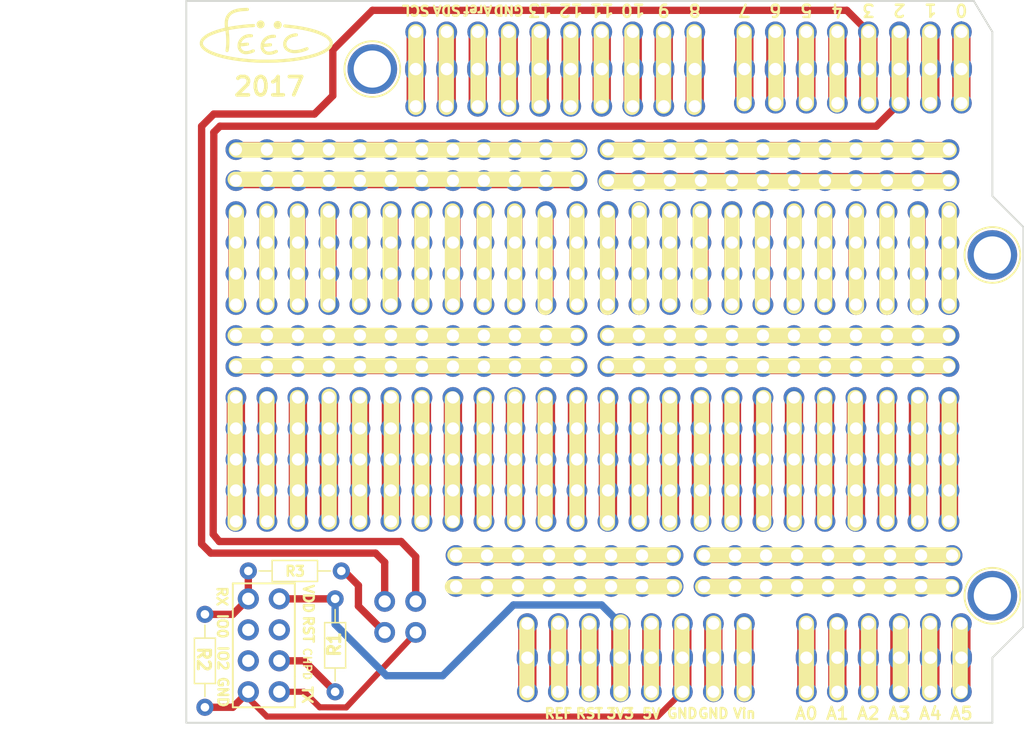
<source format=kicad_pcb>
(kicad_pcb (version 4) (host pcbnew 4.0.6)

  (general
    (links 15)
    (no_connects 4)
    (area 110.922999 69.901999 179.653001 129.234001)
    (thickness 1.6)
    (drawings 163)
    (tracks 152)
    (zones 0)
    (modules 29)
    (nets 39)
  )

  (page A4)
  (title_block
    (date "lun. 30 mars 2015")
  )

  (layers
    (0 F.Cu signal)
    (31 B.Cu signal)
    (37 F.SilkS user hide)
    (44 Edge.Cuts user)
  )

  (setup
    (last_trace_width 0.6)
    (user_trace_width 0.25)
    (user_trace_width 0.5)
    (user_trace_width 0.6)
    (user_trace_width 1.25)
    (trace_clearance 0.2)
    (zone_clearance 0.508)
    (zone_45_only no)
    (trace_min 0.2)
    (segment_width 1.25)
    (edge_width 0.15)
    (via_size 0.6)
    (via_drill 0.4)
    (via_min_size 0.4)
    (via_min_drill 0.3)
    (uvia_size 0.3)
    (uvia_drill 0.1)
    (uvias_allowed no)
    (uvia_min_size 0.2)
    (uvia_min_drill 0.1)
    (pcb_text_width 0.3)
    (pcb_text_size 1.5 1.5)
    (mod_edge_width 0.15)
    (mod_text_size 1 1)
    (mod_text_width 0.15)
    (pad_size 1.7272 1.7272)
    (pad_drill 1.016)
    (pad_to_mask_clearance 0)
    (aux_axis_origin 110.998 126.365)
    (visible_elements 7FFCFFFF)
    (pcbplotparams
      (layerselection 0x01020_80000001)
      (usegerberextensions false)
      (excludeedgelayer true)
      (linewidth 0.100000)
      (plotframeref false)
      (viasonmask false)
      (mode 1)
      (useauxorigin false)
      (hpglpennumber 1)
      (hpglpenspeed 20)
      (hpglpendiameter 15)
      (hpglpenoverlay 2)
      (psnegative false)
      (psa4output false)
      (plotreference true)
      (plotvalue true)
      (plotinvisibletext false)
      (padsonsilk false)
      (subtractmaskfromsilk false)
      (outputformat 1)
      (mirror false)
      (drillshape 0)
      (scaleselection 1)
      (outputdirectory Fabricar/))
  )

  (net 0 "")
  (net 1 /IOREF)
  (net 2 /Reset)
  (net 3 +5V)
  (net 4 GND)
  (net 5 /Vin)
  (net 6 /A0)
  (net 7 /A1)
  (net 8 /A2)
  (net 9 /A3)
  (net 10 /AREF)
  (net 11 "/A4(SDA)")
  (net 12 "/A5(SCL)")
  (net 13 "/9(**)")
  (net 14 /8)
  (net 15 /7)
  (net 16 "/6(**)")
  (net 17 "/5(**)")
  (net 18 /4)
  (net 19 "/3(**)")
  (net 20 /2)
  (net 21 "/1(Tx)")
  (net 22 "/0(Rx)")
  (net 23 "Net-(P6-Pad1)")
  (net 24 "Net-(P7-Pad1)")
  (net 25 "Net-(P8-Pad1)")
  (net 26 "/13(SCK)")
  (net 27 "/10(**/SS)")
  (net 28 "Net-(P1-Pad1)")
  (net 29 +3V3)
  (net 30 "/12(MISO)")
  (net 31 "/11(**/MOSI)")
  (net 32 "Net-(J1-Pad1)")
  (net 33 "Net-(J1-Pad3)")
  (net 34 "Net-(R3-Pad1)")
  (net 35 "Net-(U1-Pad4)")
  (net 36 "Net-(U1-Pad5)")
  (net 37 "Net-(U1-Pad6)")
  (net 38 "Net-(R1-Pad2)")

  (net_class Default "This is the default net class."
    (clearance 0.2)
    (trace_width 0.25)
    (via_dia 0.6)
    (via_drill 0.4)
    (uvia_dia 0.3)
    (uvia_drill 0.1)
    (add_net +3V3)
    (add_net +5V)
    (add_net "/0(Rx)")
    (add_net "/1(Tx)")
    (add_net "/10(**/SS)")
    (add_net "/11(**/MOSI)")
    (add_net "/12(MISO)")
    (add_net "/13(SCK)")
    (add_net /2)
    (add_net "/3(**)")
    (add_net /4)
    (add_net "/5(**)")
    (add_net "/6(**)")
    (add_net /7)
    (add_net /8)
    (add_net "/9(**)")
    (add_net /A0)
    (add_net /A1)
    (add_net /A2)
    (add_net /A3)
    (add_net "/A4(SDA)")
    (add_net "/A5(SCL)")
    (add_net /AREF)
    (add_net /IOREF)
    (add_net /Reset)
    (add_net /Vin)
    (add_net GND)
    (add_net "Net-(J1-Pad1)")
    (add_net "Net-(J1-Pad3)")
    (add_net "Net-(P1-Pad1)")
    (add_net "Net-(P6-Pad1)")
    (add_net "Net-(P7-Pad1)")
    (add_net "Net-(P8-Pad1)")
    (add_net "Net-(R1-Pad2)")
    (add_net "Net-(R3-Pad1)")
    (add_net "Net-(U1-Pad4)")
    (add_net "Net-(U1-Pad5)")
    (add_net "Net-(U1-Pad6)")
  )

  (module feec_silk:LOGO (layer F.Cu) (tedit 0) (tstamp 5980CF38)
    (at 117.5 72.8)
    (fp_text reference G*** (at 0 0) (layer F.SilkS) hide
      (effects (font (thickness 0.3)))
    )
    (fp_text value LOGO (at 0.75 0) (layer F.SilkS) hide
      (effects (font (thickness 0.3)))
    )
    (fp_poly (pts (xy -1.407719 -2.207886) (xy -1.380566 -2.162824) (xy -1.372949 -2.114278) (xy -1.38399 -2.067707)
      (xy -1.41281 -2.028565) (xy -1.439537 -2.01026) (xy -1.4616 -2.004886) (xy -1.501589 -2.000681)
      (xy -1.554348 -1.998053) (xy -1.601752 -1.997363) (xy -1.766808 -1.993456) (xy -1.930957 -1.98214)
      (xy -2.089387 -1.964025) (xy -2.237289 -1.939718) (xy -2.369852 -1.909828) (xy -2.430318 -1.892533)
      (xy -2.57895 -1.83812) (xy -2.707348 -1.773232) (xy -2.81629 -1.696966) (xy -2.906553 -1.608424)
      (xy -2.978916 -1.506704) (xy -3.034156 -1.390906) (xy -3.073051 -1.260131) (xy -3.095413 -1.12265)
      (xy -3.099526 -1.069385) (xy -3.101758 -1.006723) (xy -3.102242 -0.939309) (xy -3.10111 -0.871785)
      (xy -3.098497 -0.808795) (xy -3.094534 -0.754982) (xy -3.089354 -0.71499) (xy -3.083143 -0.693547)
      (xy -3.074116 -0.687769) (xy -3.054547 -0.686729) (xy -3.020764 -0.69069) (xy -2.969093 -0.699917)
      (xy -2.954312 -0.702808) (xy -2.817175 -0.728297) (xy -2.664142 -0.753868) (xy -2.498706 -0.779118)
      (xy -2.324358 -0.803645) (xy -2.144589 -0.827045) (xy -1.962892 -0.848917) (xy -1.782758 -0.868857)
      (xy -1.607679 -0.886463) (xy -1.441147 -0.901332) (xy -1.286653 -0.913062) (xy -1.147689 -0.921249)
      (xy -1.027746 -0.925491) (xy -1.022734 -0.925585) (xy -0.976624 -0.925948) (xy -0.947075 -0.923793)
      (xy -0.927564 -0.91728) (xy -0.911571 -0.904573) (xy -0.89862 -0.890609) (xy -0.873378 -0.847825)
      (xy -0.865181 -0.799832) (xy -0.87325 -0.752932) (xy -0.896809 -0.71343) (xy -0.922973 -0.693082)
      (xy -0.941316 -0.688517) (xy -0.978311 -0.683229) (xy -1.029551 -0.677715) (xy -1.09063 -0.672469)
      (xy -1.133085 -0.669467) (xy -1.503148 -0.641677) (xy -1.862992 -0.607083) (xy -2.207562 -0.566194)
      (xy -2.343727 -0.54766) (xy -2.420402 -0.53647) (xy -2.503582 -0.523748) (xy -2.590186 -0.510023)
      (xy -2.677134 -0.495823) (xy -2.761346 -0.481678) (xy -2.83974 -0.468116) (xy -2.909236 -0.455666)
      (xy -2.966753 -0.444858) (xy -3.009211 -0.436221) (xy -3.033529 -0.430284) (xy -3.037984 -0.428438)
      (xy -3.039577 -0.41469) (xy -3.037882 -0.383495) (xy -3.033289 -0.3402) (xy -3.029462 -0.311727)
      (xy -3.006185 -0.122447) (xy -2.989419 0.074759) (xy -2.97916 0.275724) (xy -2.975403 0.476284)
      (xy -2.978143 0.672274) (xy -2.987377 0.859529) (xy -3.003099 1.033884) (xy -3.025304 1.191173)
      (xy -3.031168 1.223652) (xy -3.041835 1.272332) (xy -3.05366 1.305131) (xy -3.069789 1.329175)
      (xy -3.084062 1.343475) (xy -3.110588 1.36422) (xy -3.135404 1.372197) (xy -3.170162 1.370943)
      (xy -3.173393 1.370587) (xy -3.215617 1.360979) (xy -3.24764 1.339641) (xy -3.259761 1.327079)
      (xy -3.272609 1.311973) (xy -3.28163 1.297384) (xy -3.286854 1.279807) (xy -3.288311 1.255737)
      (xy -3.286031 1.221669) (xy -3.280044 1.174099) (xy -3.27038 1.109522) (xy -3.262085 1.05641)
      (xy -3.245014 0.918979) (xy -3.233611 0.763752) (xy -3.227813 0.5953) (xy -3.227559 0.418195)
      (xy -3.232788 0.237009) (xy -3.243437 0.056313) (xy -3.259445 -0.11932) (xy -3.280142 -0.281242)
      (xy -3.286478 -0.322897) (xy -3.293542 -0.349798) (xy -3.305579 -0.363862) (xy -3.326836 -0.36701)
      (xy -3.361558 -0.361158) (xy -3.413994 -0.348227) (xy -3.423227 -0.345901) (xy -3.694231 -0.273513)
      (xy -3.942853 -0.198111) (xy -4.169021 -0.119729) (xy -4.372664 -0.038398) (xy -4.553708 0.04585)
      (xy -4.712081 0.132981) (xy -4.847711 0.222963) (xy -4.960524 0.315764) (xy -5.007486 0.362292)
      (xy -5.069156 0.435324) (xy -5.111101 0.504045) (xy -5.13518 0.572347) (xy -5.143253 0.644121)
      (xy -5.143268 0.646546) (xy -5.136869 0.713875) (xy -5.115986 0.777926) (xy -5.078738 0.84235)
      (xy -5.023246 0.9108) (xy -4.988477 0.947266) (xy -4.885575 1.038187) (xy -4.760666 1.126426)
      (xy -4.614699 1.211758) (xy -4.448628 1.293953) (xy -4.263404 1.372786) (xy -4.059978 1.448029)
      (xy -3.839303 1.519455) (xy -3.602331 1.586837) (xy -3.350012 1.649947) (xy -3.0833 1.708559)
      (xy -2.803145 1.762445) (xy -2.5105 1.811378) (xy -2.206316 1.855131) (xy -1.891544 1.893477)
      (xy -1.567138 1.926189) (xy -1.234048 1.953039) (xy -0.893227 1.9738) (xy -0.640773 1.984955)
      (xy -0.540199 1.987972) (xy -0.420844 1.990346) (xy -0.287009 1.992079) (xy -0.142996 1.993172)
      (xy 0.006893 1.993626) (xy 0.158358 1.993444) (xy 0.307098 1.992625) (xy 0.448811 1.991171)
      (xy 0.579196 1.989084) (xy 0.693951 1.986364) (xy 0.750454 1.984542) (xy 1.115487 1.967182)
      (xy 1.481759 1.941748) (xy 1.845084 1.908696) (xy 2.201276 1.868484) (xy 2.546148 1.821566)
      (xy 2.875516 1.768401) (xy 3.080476 1.730481) (xy 3.37087 1.669711) (xy 3.643011 1.604418)
      (xy 3.896368 1.534806) (xy 4.130412 1.461078) (xy 4.344614 1.383437) (xy 4.538445 1.302088)
      (xy 4.711373 1.217235) (xy 4.862871 1.12908) (xy 4.992409 1.037829) (xy 5.082944 0.959812)
      (xy 5.158663 0.877223) (xy 5.211492 0.79574) (xy 5.241576 0.714858) (xy 5.24906 0.634069)
      (xy 5.23409 0.552865) (xy 5.213663 0.502228) (xy 5.180978 0.44913) (xy 5.132519 0.389013)
      (xy 5.072606 0.326238) (xy 5.005554 0.265169) (xy 4.935682 0.210169) (xy 4.901045 0.186313)
      (xy 4.74131 0.091404) (xy 4.559643 0.000693) (xy 4.356857 -0.085609) (xy 4.133763 -0.167287)
      (xy 3.891173 -0.244131) (xy 3.629901 -0.315926) (xy 3.350759 -0.38246) (xy 3.054559 -0.443521)
      (xy 2.742113 -0.498895) (xy 2.414234 -0.54837) (xy 2.071734 -0.591734) (xy 1.831187 -0.617592)
      (xy 1.749637 -0.626085) (xy 1.674972 -0.634495) (xy 1.610492 -0.642399) (xy 1.559498 -0.649375)
      (xy 1.52529 -0.655) (xy 1.511696 -0.658496) (xy 1.481832 -0.682699) (xy 1.457087 -0.716595)
      (xy 1.443916 -0.75072) (xy 1.443182 -0.758925) (xy 1.452345 -0.804709) (xy 1.476244 -0.847307)
      (xy 1.50949 -0.877696) (xy 1.516233 -0.881258) (xy 1.531099 -0.887025) (xy 1.548853 -0.890633)
      (xy 1.572998 -0.89202) (xy 1.607041 -0.891123) (xy 1.654488 -0.88788) (xy 1.718843 -0.882229)
      (xy 1.778 -0.876597) (xy 2.185658 -0.832323) (xy 2.573784 -0.780348) (xy 2.941961 -0.720749)
      (xy 3.289773 -0.653606) (xy 3.616803 -0.578998) (xy 3.922635 -0.497002) (xy 4.135172 -0.431578)
      (xy 4.373168 -0.348541) (xy 4.588515 -0.262186) (xy 4.781189 -0.17253) (xy 4.951164 -0.079591)
      (xy 5.098417 0.016612) (xy 5.222923 0.116062) (xy 5.324656 0.21874) (xy 5.403594 0.32463)
      (xy 5.45971 0.433711) (xy 5.492981 0.545967) (xy 5.496521 0.566373) (xy 5.502243 0.676573)
      (xy 5.485147 0.785188) (xy 5.445468 0.891984) (xy 5.383439 0.996721) (xy 5.299295 1.099164)
      (xy 5.19327 1.199076) (xy 5.065597 1.296218) (xy 4.916511 1.390355) (xy 4.746247 1.481249)
      (xy 4.555037 1.568663) (xy 4.473863 1.602151) (xy 4.226161 1.693997) (xy 3.9572 1.779563)
      (xy 3.667989 1.85867) (xy 3.359539 1.931138) (xy 3.032863 1.996787) (xy 2.688969 2.055437)
      (xy 2.32887 2.10691) (xy 1.953575 2.151024) (xy 1.564096 2.187601) (xy 1.161443 2.216461)
      (xy 0.9525 2.228092) (xy 0.859808 2.232011) (xy 0.748047 2.235496) (xy 0.621071 2.238515)
      (xy 0.482732 2.241039) (xy 0.336883 2.243038) (xy 0.187378 2.244482) (xy 0.03807 2.24534)
      (xy -0.107188 2.245583) (xy -0.244544 2.24518) (xy -0.370144 2.2441) (xy -0.480134 2.242315)
      (xy -0.565727 2.239971) (xy -0.93364 2.223525) (xy -1.293022 2.200539) (xy -1.643016 2.171217)
      (xy -1.982763 2.135767) (xy -2.311404 2.094394) (xy -2.62808 2.047303) (xy -2.931932 1.9947)
      (xy -3.222101 1.936792) (xy -3.497728 1.873785) (xy -3.757954 1.805883) (xy -4.001921 1.733293)
      (xy -4.22877 1.65622) (xy -4.437641 1.574872) (xy -4.627675 1.489452) (xy -4.798014 1.400168)
      (xy -4.9478 1.307225) (xy -5.076172 1.210829) (xy -5.153838 1.140412) (xy -5.241873 1.044964)
      (xy -5.308826 0.952866) (xy -5.355944 0.861579) (xy -5.384471 0.768562) (xy -5.395653 0.671272)
      (xy -5.39589 0.646546) (xy -5.386778 0.544644) (xy -5.36059 0.44839) (xy -5.316021 0.355128)
      (xy -5.251763 0.262203) (xy -5.166512 0.166959) (xy -5.153779 0.154228) (xy -5.041614 0.055788)
      (xy -4.907271 -0.039998) (xy -4.75155 -0.132771) (xy -4.575252 -0.222174) (xy -4.379174 -0.307846)
      (xy -4.164116 -0.38943) (xy -3.930878 -0.466568) (xy -3.680259 -0.538901) (xy -3.510678 -0.582613)
      (xy -3.451986 -0.59729) (xy -3.401753 -0.610254) (xy -3.364015 -0.620432) (xy -3.342813 -0.62675)
      (xy -3.339719 -0.628069) (xy -3.339086 -0.640515) (xy -3.340314 -0.671785) (xy -3.343166 -0.71771)
      (xy -3.347403 -0.774118) (xy -3.349574 -0.800362) (xy -3.357182 -0.992517) (xy -3.346196 -1.17098)
      (xy -3.316627 -1.335739) (xy -3.268485 -1.486779) (xy -3.201781 -1.624086) (xy -3.116525 -1.747648)
      (xy -3.012728 -1.857449) (xy -2.890399 -1.953478) (xy -2.74955 -2.03572) (xy -2.59019 -2.104162)
      (xy -2.412331 -2.158789) (xy -2.291009 -2.186062) (xy -2.175197 -2.206952) (xy -2.065331 -2.222509)
      (xy -1.954613 -2.233362) (xy -1.836246 -2.240142) (xy -1.703435 -2.243478) (xy -1.667247 -2.243848)
      (xy -1.441528 -2.24559) (xy -1.407719 -2.207886)) (layer F.SilkS) (width 0.01))
    (fp_poly (pts (xy 0.775496 -0.040409) (xy 0.809157 -0.002704) (xy 0.83403 0.039548) (xy 0.842097 0.086944)
      (xy 0.834191 0.133197) (xy 0.811147 0.17202) (xy 0.783189 0.193106) (xy 0.761955 0.198309)
      (xy 0.722456 0.20324) (xy 0.669518 0.207452) (xy 0.607968 0.210498) (xy 0.588818 0.211109)
      (xy 0.517223 0.213675) (xy 0.462725 0.217332) (xy 0.419334 0.222894) (xy 0.381057 0.231176)
      (xy 0.341904 0.24299) (xy 0.333705 0.245758) (xy 0.211256 0.298435) (xy 0.103547 0.367212)
      (xy 0.011992 0.450851) (xy -0.061997 0.548115) (xy -0.105693 0.630572) (xy -0.117935 0.661875)
      (xy -0.123495 0.683711) (xy -0.122842 0.689188) (xy -0.110106 0.68985) (xy -0.077691 0.688393)
      (xy -0.028892 0.685057) (xy 0.032999 0.680079) (xy 0.10469 0.673699) (xy 0.149326 0.669463)
      (xy 0.242732 0.660672) (xy 0.316056 0.654744) (xy 0.372162 0.651956) (xy 0.413915 0.652589)
      (xy 0.444177 0.656921) (xy 0.465814 0.665232) (xy 0.481688 0.677801) (xy 0.494665 0.694907)
      (xy 0.500027 0.703657) (xy 0.518365 0.754867) (xy 0.514856 0.805964) (xy 0.489894 0.852426)
      (xy 0.486743 0.856075) (xy 0.453941 0.892787) (xy -0.163743 0.952013) (xy -0.156347 0.998266)
      (xy -0.131181 1.08697) (xy -0.087015 1.167014) (xy -0.026763 1.235003) (xy 0.046665 1.287545)
      (xy 0.117638 1.317638) (xy 0.157703 1.328696) (xy 0.194038 1.335362) (xy 0.233757 1.338239)
      (xy 0.283974 1.337932) (xy 0.333266 1.335955) (xy 0.403794 1.331158) (xy 0.466571 1.323052)
      (xy 0.527526 1.310184) (xy 0.592588 1.291102) (xy 0.667686 1.264351) (xy 0.738497 1.236645)
      (xy 0.798626 1.213201) (xy 0.842165 1.198427) (xy 0.873579 1.19151) (xy 0.897334 1.19164)
      (xy 0.917895 1.198004) (xy 0.926803 1.202423) (xy 0.969904 1.236827) (xy 0.994087 1.281539)
      (xy 0.997793 1.332363) (xy 0.988135 1.367528) (xy 0.976672 1.389495) (xy 0.960102 1.407379)
      (xy 0.93348 1.424947) (xy 0.891862 1.44597) (xy 0.874801 1.453936) (xy 0.736531 1.510044)
      (xy 0.596359 1.552236) (xy 0.457866 1.57998) (xy 0.324631 1.592748) (xy 0.200233 1.59001)
      (xy 0.088251 1.571237) (xy 0.085941 1.570636) (xy -0.004569 1.543106) (xy -0.079056 1.510771)
      (xy -0.144571 1.469649) (xy -0.208167 1.415758) (xy -0.234867 1.389512) (xy -0.275881 1.339038)
      (xy -0.317042 1.273146) (xy -0.354637 1.199186) (xy -0.384953 1.124506) (xy -0.404274 1.056456)
      (xy -0.404958 1.052979) (xy -0.412996 0.982605) (xy -0.414185 0.899045) (xy -0.409051 0.810995)
      (xy -0.39812 0.72715) (xy -0.381919 0.656207) (xy -0.380718 0.652319) (xy -0.324706 0.51079)
      (xy -0.250919 0.383108) (xy -0.16073 0.270216) (xy -0.055514 0.173059) (xy 0.063357 0.092581)
      (xy 0.194508 0.029725) (xy 0.336565 -0.014565) (xy 0.488154 -0.039346) (xy 0.633089 -0.044149)
      (xy 0.775496 -0.040409)) (layer F.SilkS) (width 0.01))
    (fp_poly (pts (xy -1.204819 -0.094403) (xy -1.162698 -0.091926) (xy -1.132259 -0.086777) (xy -1.109713 -0.078499)
      (xy -1.09127 -0.066638) (xy -1.086551 -0.062804) (xy -1.054094 -0.021911) (xy -1.042694 0.02676)
      (xy -1.053021 0.080146) (xy -1.054497 0.083796) (xy -1.068204 0.110765) (xy -1.085792 0.130068)
      (xy -1.111116 0.143006) (xy -1.148031 0.150884) (xy -1.200393 0.155005) (xy -1.27 0.15665)
      (xy -1.413697 0.1664) (xy -1.542225 0.192744) (xy -1.657124 0.236335) (xy -1.759934 0.297828)
      (xy -1.852193 0.377876) (xy -1.89115 0.420683) (xy -1.91282 0.449287) (xy -1.937812 0.486934)
      (xy -1.963386 0.528811) (xy -1.986801 0.570107) (xy -2.005314 0.606009) (xy -2.016183 0.631706)
      (xy -2.017268 0.642036) (xy -2.005306 0.641989) (xy -1.973572 0.640009) (xy -1.925279 0.636348)
      (xy -1.863642 0.631257) (xy -1.791876 0.624989) (xy -1.741472 0.620418) (xy -1.648396 0.612068)
      (xy -1.575395 0.606351) (xy -1.519571 0.603539) (xy -1.47803 0.603908) (xy -1.447875 0.607733)
      (xy -1.426211 0.615286) (xy -1.410141 0.626843) (xy -1.396769 0.642679) (xy -1.3892 0.653793)
      (xy -1.370674 0.701146) (xy -1.37234 0.750284) (xy -1.39263 0.79526) (xy -1.429977 0.830128)
      (xy -1.436665 0.833964) (xy -1.452308 0.837555) (xy -1.487096 0.842913) (xy -1.537185 0.849612)
      (xy -1.598735 0.857225) (xy -1.667903 0.865325) (xy -1.740848 0.873483) (xy -1.813727 0.881273)
      (xy -1.882698 0.888267) (xy -1.94392 0.894038) (xy -1.99355 0.898158) (xy -2.027747 0.900201)
      (xy -2.033396 0.900337) (xy -2.044303 0.903744) (xy -2.047337 0.917373) (xy -2.043439 0.946842)
      (xy -2.042264 0.95325) (xy -2.014863 1.047864) (xy -1.970504 1.127047) (xy -1.908409 1.191846)
      (xy -1.8278 1.243306) (xy -1.825278 1.244561) (xy -1.788767 1.262262) (xy -1.759946 1.274232)
      (xy -1.73278 1.281574) (xy -1.701236 1.285391) (xy -1.659278 1.286783) (xy -1.600871 1.286854)
      (xy -1.593847 1.286831) (xy -1.516313 1.284784) (xy -1.447147 1.278324) (xy -1.38041 1.266133)
      (xy -1.310163 1.246889) (xy -1.230465 1.21927) (xy -1.151421 1.188452) (xy -1.086397 1.163593)
      (xy -1.037652 1.149052) (xy -1.000868 1.14471) (xy -0.971729 1.150448) (xy -0.945918 1.166145)
      (xy -0.928255 1.182255) (xy -0.901974 1.213438) (xy -0.890647 1.243167) (xy -0.889 1.266277)
      (xy -0.894013 1.306562) (xy -0.911231 1.339153) (xy -0.943922 1.36776) (xy -0.995354 1.396088)
      (xy -1.008979 1.402412) (xy -1.147588 1.457953) (xy -1.287996 1.500318) (xy -1.426413 1.528873)
      (xy -1.559047 1.542988) (xy -1.682108 1.542028) (xy -1.772227 1.529755) (xy -1.890071 1.494105)
      (xy -1.997204 1.438959) (xy -2.091641 1.366194) (xy -2.171398 1.277683) (xy -2.234489 1.175302)
      (xy -2.27893 1.060927) (xy -2.282627 1.047573) (xy -2.297594 0.963649) (xy -2.302816 0.867131)
      (xy -2.298536 0.766245) (xy -2.284995 0.669216) (xy -2.269582 0.606137) (xy -2.216374 0.468072)
      (xy -2.144454 0.34197) (xy -2.055613 0.229179) (xy -1.951646 0.131046) (xy -1.834346 0.048919)
      (xy -1.705506 -0.015852) (xy -1.56692 -0.061921) (xy -1.420382 -0.087939) (xy -1.339273 -0.093159)
      (xy -1.262414 -0.094662) (xy -1.204819 -0.094403)) (layer F.SilkS) (width 0.01))
    (fp_poly (pts (xy 2.523267 -0.163265) (xy 2.555167 -0.159684) (xy 2.576448 -0.151614) (xy 2.587797 -0.143187)
      (xy 2.621411 -0.099247) (xy 2.634547 -0.047839) (xy 2.631409 -0.012912) (xy 2.616344 0.027626)
      (xy 2.590085 0.055943) (xy 2.549111 0.074261) (xy 2.489902 0.084803) (xy 2.474176 0.08629)
      (xy 2.346196 0.104456) (xy 2.217513 0.136411) (xy 2.097181 0.179673) (xy 2.044517 0.203993)
      (xy 1.943356 0.26477) (xy 1.858795 0.33571) (xy 1.791051 0.414646) (xy 1.740342 0.499415)
      (xy 1.706884 0.58785) (xy 1.690894 0.677786) (xy 1.692589 0.767058) (xy 1.712188 0.8535)
      (xy 1.749906 0.934948) (xy 1.805961 1.009236) (xy 1.880569 1.074198) (xy 1.952919 1.117576)
      (xy 2.029857 1.152132) (xy 2.10636 1.176904) (xy 2.188254 1.193064) (xy 2.281361 1.20178)
      (xy 2.384136 1.204233) (xy 2.536902 1.197878) (xy 2.691761 1.178292) (xy 2.851961 1.14475)
      (xy 3.020745 1.096525) (xy 3.20136 1.03289) (xy 3.27055 1.005809) (xy 3.331403 0.983369)
      (xy 3.376938 0.972319) (xy 3.411969 0.972736) (xy 3.44131 0.984699) (xy 3.469776 1.008288)
      (xy 3.470563 1.009073) (xy 3.496348 1.039281) (xy 3.507734 1.068007) (xy 3.509818 1.096552)
      (xy 3.506838 1.125118) (xy 3.496523 1.150756) (xy 3.476807 1.174728) (xy 3.445624 1.198293)
      (xy 3.400912 1.222714) (xy 3.340603 1.24925) (xy 3.262634 1.279163) (xy 3.16494 1.313713)
      (xy 3.140363 1.322141) (xy 2.979987 1.371077) (xy 2.816552 1.409995) (xy 2.65458 1.438233)
      (xy 2.498592 1.455129) (xy 2.353111 1.460019) (xy 2.239818 1.454114) (xy 2.087895 1.429986)
      (xy 1.948903 1.389921) (xy 1.823973 1.334749) (xy 1.714235 1.265298) (xy 1.62082 1.182398)
      (xy 1.544858 1.086877) (xy 1.487479 0.979565) (xy 1.453604 0.877455) (xy 1.443289 0.814152)
      (xy 1.438963 0.738319) (xy 1.440469 0.658769) (xy 1.447649 0.584317) (xy 1.459883 0.525319)
      (xy 1.507868 0.4032) (xy 1.576294 0.28775) (xy 1.662914 0.181331) (xy 1.765481 0.086307)
      (xy 1.881751 0.005041) (xy 2.009477 -0.060102) (xy 2.020641 -0.064759) (xy 2.142752 -0.107564)
      (xy 2.271123 -0.139505) (xy 2.397092 -0.158697) (xy 2.474568 -0.163463) (xy 2.523267 -0.163265)) (layer F.SilkS) (width 0.01))
    (fp_poly (pts (xy 1.089697 -1.161017) (xy 1.154711 -1.131533) (xy 1.211956 -1.088327) (xy 1.25848 -1.032147)
      (xy 1.291331 -0.96374) (xy 1.307557 -0.883851) (xy 1.308762 -0.854363) (xy 1.298163 -0.768326)
      (xy 1.266908 -0.69164) (xy 1.216233 -0.626313) (xy 1.147374 -0.574354) (xy 1.130927 -0.565435)
      (xy 1.078944 -0.547121) (xy 1.015504 -0.536532) (xy 0.950904 -0.534602) (xy 0.895439 -0.542263)
      (xy 0.89061 -0.543648) (xy 0.814659 -0.577907) (xy 0.752343 -0.628066) (xy 0.705083 -0.690637)
      (xy 0.674298 -0.762128) (xy 0.661407 -0.83905) (xy 0.66783 -0.917914) (xy 0.694986 -0.995229)
      (xy 0.701755 -1.007947) (xy 0.751398 -1.076476) (xy 0.810981 -1.126802) (xy 0.877555 -1.159672)
      (xy 0.948167 -1.175833) (xy 1.019865 -1.176033) (xy 1.089697 -1.161017)) (layer F.SilkS) (width 0.01))
    (fp_poly (pts (xy -0.295068 -1.196992) (xy -0.269004 -1.185161) (xy -0.200938 -1.138788) (xy -0.148976 -1.07907)
      (xy -0.113804 -1.00974) (xy -0.096109 -0.934531) (xy -0.096578 -0.857177) (xy -0.115897 -0.781411)
      (xy -0.154754 -0.710967) (xy -0.176841 -0.684108) (xy -0.242291 -0.627396) (xy -0.315221 -0.592325)
      (xy -0.3971 -0.578243) (xy -0.415637 -0.577892) (xy -0.463125 -0.580575) (xy -0.508277 -0.587107)
      (xy -0.534001 -0.593745) (xy -0.605928 -0.63087) (xy -0.664258 -0.683899) (xy -0.707467 -0.749052)
      (xy -0.734029 -0.822549) (xy -0.742419 -0.900611) (xy -0.731112 -0.979457) (xy -0.710985 -1.032432)
      (xy -0.664165 -1.104136) (xy -0.603682 -1.159741) (xy -0.533034 -1.198037) (xy -0.455717 -1.217817)
      (xy -0.37523 -1.217871) (xy -0.295068 -1.196992)) (layer F.SilkS) (width 0.01))
  )

  (module P3:Socket_Strip_Arduino_1x10 locked (layer F.Cu) (tedit 5980D18C) (tstamp 551AFA18)
    (at 129.794 75.565)
    (descr "Through hole socket strip")
    (tags "socket strip")
    (path /56D721E0)
    (fp_text reference P3 (at 11.43 2.794) (layer F.SilkS) hide
      (effects (font (size 1 1) (thickness 0.15)))
    )
    (fp_text value Digital (at 11.43 4.318) (layer F.Fab)
      (effects (font (size 1 1) (thickness 0.15)))
    )
    (fp_line (start -1.75 -1.75) (end -1.75 1.75) (layer F.CrtYd) (width 0.05))
    (fp_line (start 24.65 -1.75) (end 24.65 1.75) (layer F.CrtYd) (width 0.05))
    (fp_line (start -1.75 -1.75) (end 24.65 -1.75) (layer F.CrtYd) (width 0.05))
    (fp_line (start -1.75 1.75) (end 24.65 1.75) (layer F.CrtYd) (width 0.05))
    (pad 1 thru_hole oval (at 0 0) (size 1.7272 2.032) (drill 1.016) (layers *.Cu *.Mask)
      (net 12 "/A5(SCL)"))
    (pad 2 thru_hole oval (at 2.54 0) (size 1.7272 2.032) (drill 1.016) (layers *.Cu *.Mask)
      (net 11 "/A4(SDA)"))
    (pad 3 thru_hole oval (at 5.08 0) (size 1.7272 2.032) (drill 1.016) (layers *.Cu *.Mask)
      (net 10 /AREF))
    (pad 4 thru_hole oval (at 7.62 0) (size 1.7272 2.032) (drill 1.016) (layers *.Cu *.Mask)
      (net 4 GND))
    (pad 5 thru_hole oval (at 10.16 0) (size 1.7272 2.032) (drill 1.016) (layers *.Cu *.Mask)
      (net 26 "/13(SCK)"))
    (pad 6 thru_hole oval (at 12.7 0) (size 1.7272 2.032) (drill 1.016) (layers *.Cu *.Mask)
      (net 30 "/12(MISO)"))
    (pad 7 thru_hole oval (at 15.24 0) (size 1.7272 2.032) (drill 1.016) (layers *.Cu *.Mask)
      (net 31 "/11(**/MOSI)"))
    (pad 8 thru_hole oval (at 17.78 0) (size 1.7272 2.032) (drill 1.016) (layers *.Cu *.Mask)
      (net 27 "/10(**/SS)"))
    (pad 9 thru_hole oval (at 20.32 0) (size 1.7272 2.032) (drill 1.016) (layers *.Cu *.Mask)
      (net 13 "/9(**)"))
    (pad 10 thru_hole oval (at 22.86 0) (size 1.7272 2.032) (drill 1.016) (layers *.Cu *.Mask)
      (net 14 /8))
    (model ${KIPRJMOD}/Socket_Arduino_Uno.3dshapes/Socket_header_Arduino_1x10.wrl
      (at (xyz 0.45 0 0))
      (scale (xyz 1 1 1))
      (rotate (xyz 0 0 180))
    )
  )

  (module pin_header_1x10:Pin_Header_Straight_1x10_Pitch2.54mm (layer F.Cu) (tedit 5980D16B) (tstamp 597F2B4F)
    (at 129.794 78.613 90)
    (descr "Through hole straight pin header, 1x10, 2.54mm pitch, single row")
    (tags "Through hole pin header THT 1x10 2.54mm single row")
    (fp_text reference REF** (at 0 -2.33 90) (layer F.SilkS) hide
      (effects (font (size 1 1) (thickness 0.15)))
    )
    (fp_text value Pin_Header_Straight_1x10_Pitch2.54mm (at 0 25.19 90) (layer F.Fab)
      (effects (font (size 1 1) (thickness 0.15)))
    )
    (fp_line (start -0.635 -1.27) (end 1.27 -1.27) (layer F.Fab) (width 0.1))
    (fp_line (start 1.27 -1.27) (end 1.27 24.13) (layer F.Fab) (width 0.1))
    (fp_line (start 1.27 24.13) (end -1.27 24.13) (layer F.Fab) (width 0.1))
    (fp_line (start -1.27 24.13) (end -1.27 -0.635) (layer F.Fab) (width 0.1))
    (fp_line (start -1.27 -0.635) (end -0.635 -1.27) (layer F.Fab) (width 0.1))
    (fp_line (start -1.8 -1.8) (end -1.8 24.65) (layer F.CrtYd) (width 0.05))
    (fp_line (start -1.8 24.65) (end 1.8 24.65) (layer F.CrtYd) (width 0.05))
    (fp_line (start 1.8 24.65) (end 1.8 -1.8) (layer F.CrtYd) (width 0.05))
    (fp_line (start 1.8 -1.8) (end -1.8 -1.8) (layer F.CrtYd) (width 0.05))
    (fp_text user %R (at 0 11.43 180) (layer F.Fab)
      (effects (font (size 1 1) (thickness 0.15)))
    )
    (pad 1 thru_hole oval (at 0 0 90) (size 1.7 1.7) (drill 1) (layers *.Cu *.Mask))
    (pad 2 thru_hole oval (at 0 2.54 90) (size 1.7 1.7) (drill 1) (layers *.Cu *.Mask))
    (pad 3 thru_hole oval (at 0 5.08 90) (size 1.7 1.7) (drill 1) (layers *.Cu *.Mask))
    (pad 4 thru_hole oval (at 0 7.62 90) (size 1.7 1.7) (drill 1) (layers *.Cu *.Mask))
    (pad 5 thru_hole oval (at 0 10.16 90) (size 1.7 1.7) (drill 1) (layers *.Cu *.Mask))
    (pad 6 thru_hole oval (at 0 12.7 90) (size 1.7 1.7) (drill 1) (layers *.Cu *.Mask))
    (pad 7 thru_hole oval (at 0 15.24 90) (size 1.7 1.7) (drill 1) (layers *.Cu *.Mask))
    (pad 8 thru_hole oval (at 0 17.78 90) (size 1.7 1.7) (drill 1) (layers *.Cu *.Mask))
    (pad 9 thru_hole oval (at 0 20.32 90) (size 1.7 1.7) (drill 1) (layers *.Cu *.Mask))
    (pad 10 thru_hole oval (at 0 22.86 90) (size 1.7 1.7) (drill 1) (layers *.Cu *.Mask))
    (model ${KISYS3DMOD}/Pin_Headers.3dshapes/Pin_Header_Straight_1x10_Pitch2.54mm.wrl
      (at (xyz 0 0 0))
      (scale (xyz 1 1 1))
      (rotate (xyz 0 0 0))
    )
  )

  (module pin_header_1x10:Pin_Header_Straight_1x10_Pitch2.54mm (layer F.Cu) (tedit 5980D163) (tstamp 597F2B8B)
    (at 129.794 72.517 90)
    (descr "Through hole straight pin header, 1x10, 2.54mm pitch, single row")
    (tags "Through hole pin header THT 1x10 2.54mm single row")
    (fp_text reference REF** (at 0 -2.33 90) (layer F.SilkS) hide
      (effects (font (size 1 1) (thickness 0.15)))
    )
    (fp_text value Pin_Header_Straight_1x10_Pitch2.54mm (at 0 25.19 90) (layer F.Fab)
      (effects (font (size 1 1) (thickness 0.15)))
    )
    (fp_line (start -0.635 -1.27) (end 1.27 -1.27) (layer F.Fab) (width 0.1))
    (fp_line (start 1.27 -1.27) (end 1.27 24.13) (layer F.Fab) (width 0.1))
    (fp_line (start 1.27 24.13) (end -1.27 24.13) (layer F.Fab) (width 0.1))
    (fp_line (start -1.27 24.13) (end -1.27 -0.635) (layer F.Fab) (width 0.1))
    (fp_line (start -1.27 -0.635) (end -0.635 -1.27) (layer F.Fab) (width 0.1))
    (fp_line (start -1.8 -1.8) (end -1.8 24.65) (layer F.CrtYd) (width 0.05))
    (fp_line (start -1.8 24.65) (end 1.8 24.65) (layer F.CrtYd) (width 0.05))
    (fp_line (start 1.8 24.65) (end 1.8 -1.8) (layer F.CrtYd) (width 0.05))
    (fp_line (start 1.8 -1.8) (end -1.8 -1.8) (layer F.CrtYd) (width 0.05))
    (fp_text user %R (at 0 11.43 180) (layer F.Fab)
      (effects (font (size 1 1) (thickness 0.15)))
    )
    (pad 1 thru_hole oval (at 0 0 90) (size 1.7 1.7) (drill 1) (layers *.Cu *.Mask))
    (pad 2 thru_hole oval (at 0 2.54 90) (size 1.7 1.7) (drill 1) (layers *.Cu *.Mask))
    (pad 3 thru_hole oval (at 0 5.08 90) (size 1.7 1.7) (drill 1) (layers *.Cu *.Mask))
    (pad 4 thru_hole oval (at 0 7.62 90) (size 1.7 1.7) (drill 1) (layers *.Cu *.Mask))
    (pad 5 thru_hole oval (at 0 10.16 90) (size 1.7 1.7) (drill 1) (layers *.Cu *.Mask))
    (pad 6 thru_hole oval (at 0 12.7 90) (size 1.7 1.7) (drill 1) (layers *.Cu *.Mask))
    (pad 7 thru_hole oval (at 0 15.24 90) (size 1.7 1.7) (drill 1) (layers *.Cu *.Mask))
    (pad 8 thru_hole oval (at 0 17.78 90) (size 1.7 1.7) (drill 1) (layers *.Cu *.Mask))
    (pad 9 thru_hole oval (at 0 20.32 90) (size 1.7 1.7) (drill 1) (layers *.Cu *.Mask))
    (pad 10 thru_hole oval (at 0 22.86 90) (size 1.7 1.7) (drill 1) (layers *.Cu *.Mask))
    (model ${KISYS3DMOD}/Pin_Headers.3dshapes/Pin_Header_Straight_1x10_Pitch2.54mm.wrl
      (at (xyz 0 0 0))
      (scale (xyz 1 1 1))
      (rotate (xyz 0 0 0))
    )
  )

  (module pin_header_2x24:Pin_Header_Straight_2x24_Pitch2.54mm (layer F.Cu) (tedit 5980C694) (tstamp 597F2FB8)
    (at 115.062 112.649 90)
    (descr "Through hole straight pin header, 2x24, 2.54mm pitch, double rows")
    (tags "Through hole pin header THT 2x24 2.54mm double row")
    (fp_text reference REF** (at 1.27 -2.33 90) (layer F.SilkS) hide
      (effects (font (size 1 1) (thickness 0.15)))
    )
    (fp_text value Pin_Header_Straight_2x24_Pitch2.54mm (at 1.27 60.75 90) (layer F.Fab)
      (effects (font (size 1 1) (thickness 0.15)))
    )
    (fp_line (start 0 -1.27) (end 3.81 -1.27) (layer F.Fab) (width 0.1))
    (fp_line (start 3.81 -1.27) (end 3.81 59.69) (layer F.Fab) (width 0.1))
    (fp_line (start 3.81 59.69) (end -1.27 59.69) (layer F.Fab) (width 0.1))
    (fp_line (start -1.27 59.69) (end -1.27 0) (layer F.Fab) (width 0.1))
    (fp_line (start -1.27 0) (end 0 -1.27) (layer F.Fab) (width 0.1))
    (fp_line (start -1.8 -1.8) (end -1.8 60.2) (layer F.CrtYd) (width 0.05))
    (fp_line (start -1.8 60.2) (end 4.35 60.2) (layer F.CrtYd) (width 0.05))
    (fp_line (start 4.35 60.2) (end 4.35 -1.8) (layer F.CrtYd) (width 0.05))
    (fp_line (start 4.35 -1.8) (end -1.8 -1.8) (layer F.CrtYd) (width 0.05))
    (fp_text user %R (at 1.27 29.21 180) (layer F.Fab)
      (effects (font (size 1 1) (thickness 0.15)))
    )
    (pad 1 thru_hole oval (at 0 0 90) (size 1.7 1.7) (drill 1) (layers *.Cu *.Mask))
    (pad 2 thru_hole oval (at 2.54 0 90) (size 1.7 1.7) (drill 1) (layers *.Cu *.Mask))
    (pad 3 thru_hole oval (at 0 2.54 90) (size 1.7 1.7) (drill 1) (layers *.Cu *.Mask))
    (pad 4 thru_hole oval (at 2.54 2.54 90) (size 1.7 1.7) (drill 1) (layers *.Cu *.Mask))
    (pad 5 thru_hole oval (at 0 5.08 90) (size 1.7 1.7) (drill 1) (layers *.Cu *.Mask))
    (pad 6 thru_hole oval (at 2.54 5.08 90) (size 1.7 1.7) (drill 1) (layers *.Cu *.Mask))
    (pad 7 thru_hole oval (at 0 7.62 90) (size 1.7 1.7) (drill 1) (layers *.Cu *.Mask))
    (pad 8 thru_hole oval (at 2.54 7.62 90) (size 1.7 1.7) (drill 1) (layers *.Cu *.Mask))
    (pad 9 thru_hole oval (at 0 10.16 90) (size 1.7 1.7) (drill 1) (layers *.Cu *.Mask))
    (pad 10 thru_hole oval (at 2.54 10.16 90) (size 1.7 1.7) (drill 1) (layers *.Cu *.Mask))
    (pad 11 thru_hole oval (at 0 12.7 90) (size 1.7 1.7) (drill 1) (layers *.Cu *.Mask))
    (pad 12 thru_hole oval (at 2.54 12.7 90) (size 1.7 1.7) (drill 1) (layers *.Cu *.Mask))
    (pad 13 thru_hole oval (at 0 15.24 90) (size 1.7 1.7) (drill 1) (layers *.Cu *.Mask))
    (pad 14 thru_hole oval (at 2.54 15.24 90) (size 1.7 1.7) (drill 1) (layers *.Cu *.Mask))
    (pad 15 thru_hole oval (at 0 17.78 90) (size 1.7 1.7) (drill 1) (layers *.Cu *.Mask))
    (pad 16 thru_hole oval (at 2.54 17.78 90) (size 1.7 1.7) (drill 1) (layers *.Cu *.Mask))
    (pad 17 thru_hole oval (at 0 20.32 90) (size 1.7 1.7) (drill 1) (layers *.Cu *.Mask))
    (pad 18 thru_hole oval (at 2.54 20.32 90) (size 1.7 1.7) (drill 1) (layers *.Cu *.Mask))
    (pad 19 thru_hole oval (at 0 22.86 90) (size 1.7 1.7) (drill 1) (layers *.Cu *.Mask))
    (pad 20 thru_hole oval (at 2.54 22.86 90) (size 1.7 1.7) (drill 1) (layers *.Cu *.Mask))
    (pad 21 thru_hole oval (at 0 25.4 90) (size 1.7 1.7) (drill 1) (layers *.Cu *.Mask))
    (pad 22 thru_hole oval (at 2.54 25.4 90) (size 1.7 1.7) (drill 1) (layers *.Cu *.Mask))
    (pad 23 thru_hole oval (at 0 27.94 90) (size 1.7 1.7) (drill 1) (layers *.Cu *.Mask))
    (pad 24 thru_hole oval (at 2.54 27.94 90) (size 1.7 1.7) (drill 1) (layers *.Cu *.Mask))
    (pad 25 thru_hole oval (at 0 30.48 90) (size 1.7 1.7) (drill 1) (layers *.Cu *.Mask))
    (pad 26 thru_hole oval (at 2.54 30.48 90) (size 1.7 1.7) (drill 1) (layers *.Cu *.Mask))
    (pad 27 thru_hole oval (at 0 33.02 90) (size 1.7 1.7) (drill 1) (layers *.Cu *.Mask))
    (pad 28 thru_hole oval (at 2.54 33.02 90) (size 1.7 1.7) (drill 1) (layers *.Cu *.Mask))
    (pad 29 thru_hole oval (at 0 35.56 90) (size 1.7 1.7) (drill 1) (layers *.Cu *.Mask))
    (pad 30 thru_hole oval (at 2.54 35.56 90) (size 1.7 1.7) (drill 1) (layers *.Cu *.Mask))
    (pad 31 thru_hole oval (at 0 38.1 90) (size 1.7 1.7) (drill 1) (layers *.Cu *.Mask))
    (pad 32 thru_hole oval (at 2.54 38.1 90) (size 1.7 1.7) (drill 1) (layers *.Cu *.Mask))
    (pad 33 thru_hole oval (at 0 40.64 90) (size 1.7 1.7) (drill 1) (layers *.Cu *.Mask))
    (pad 34 thru_hole oval (at 2.54 40.64 90) (size 1.7 1.7) (drill 1) (layers *.Cu *.Mask))
    (pad 35 thru_hole oval (at 0 43.18 90) (size 1.7 1.7) (drill 1) (layers *.Cu *.Mask))
    (pad 36 thru_hole oval (at 2.54 43.18 90) (size 1.7 1.7) (drill 1) (layers *.Cu *.Mask))
    (pad 37 thru_hole oval (at 0 45.72 90) (size 1.7 1.7) (drill 1) (layers *.Cu *.Mask))
    (pad 38 thru_hole oval (at 2.54 45.72 90) (size 1.7 1.7) (drill 1) (layers *.Cu *.Mask))
    (pad 39 thru_hole oval (at 0 48.26 90) (size 1.7 1.7) (drill 1) (layers *.Cu *.Mask))
    (pad 40 thru_hole oval (at 2.54 48.26 90) (size 1.7 1.7) (drill 1) (layers *.Cu *.Mask))
    (pad 41 thru_hole oval (at 0 50.8 90) (size 1.7 1.7) (drill 1) (layers *.Cu *.Mask))
    (pad 42 thru_hole oval (at 2.54 50.8 90) (size 1.7 1.7) (drill 1) (layers *.Cu *.Mask))
    (pad 43 thru_hole oval (at 0 53.34 90) (size 1.7 1.7) (drill 1) (layers *.Cu *.Mask))
    (pad 44 thru_hole oval (at 2.54 53.34 90) (size 1.7 1.7) (drill 1) (layers *.Cu *.Mask))
    (pad 45 thru_hole oval (at 0 55.88 90) (size 1.7 1.7) (drill 1) (layers *.Cu *.Mask))
    (pad 46 thru_hole oval (at 2.54 55.88 90) (size 1.7 1.7) (drill 1) (layers *.Cu *.Mask))
    (pad 47 thru_hole oval (at 0 58.42 90) (size 1.7 1.7) (drill 1) (layers *.Cu *.Mask))
    (pad 48 thru_hole oval (at 2.54 58.42 90) (size 1.7 1.7) (drill 1) (layers *.Cu *.Mask))
    (model ${KISYS3DMOD}/Pin_Headers.3dshapes/Pin_Header_Straight_2x24_Pitch2.54mm.wrl
      (at (xyz 0 0 0))
      (scale (xyz 1 1 1))
      (rotate (xyz 0 0 0))
    )
  )

  (module pin_header_2x24:Pin_Header_Straight_2x24_Pitch2.54mm (layer F.Cu) (tedit 5980C694) (tstamp 597F3044)
    (at 115.062 107.569 90)
    (descr "Through hole straight pin header, 2x24, 2.54mm pitch, double rows")
    (tags "Through hole pin header THT 2x24 2.54mm double row")
    (fp_text reference REF** (at 1.27 -2.33 90) (layer F.SilkS) hide
      (effects (font (size 1 1) (thickness 0.15)))
    )
    (fp_text value Pin_Header_Straight_2x24_Pitch2.54mm (at 1.27 60.75 90) (layer F.Fab)
      (effects (font (size 1 1) (thickness 0.15)))
    )
    (fp_line (start 0 -1.27) (end 3.81 -1.27) (layer F.Fab) (width 0.1))
    (fp_line (start 3.81 -1.27) (end 3.81 59.69) (layer F.Fab) (width 0.1))
    (fp_line (start 3.81 59.69) (end -1.27 59.69) (layer F.Fab) (width 0.1))
    (fp_line (start -1.27 59.69) (end -1.27 0) (layer F.Fab) (width 0.1))
    (fp_line (start -1.27 0) (end 0 -1.27) (layer F.Fab) (width 0.1))
    (fp_line (start -1.8 -1.8) (end -1.8 60.2) (layer F.CrtYd) (width 0.05))
    (fp_line (start -1.8 60.2) (end 4.35 60.2) (layer F.CrtYd) (width 0.05))
    (fp_line (start 4.35 60.2) (end 4.35 -1.8) (layer F.CrtYd) (width 0.05))
    (fp_line (start 4.35 -1.8) (end -1.8 -1.8) (layer F.CrtYd) (width 0.05))
    (fp_text user %R (at 1.27 29.21 180) (layer F.Fab)
      (effects (font (size 1 1) (thickness 0.15)))
    )
    (pad 1 thru_hole oval (at 0 0 90) (size 1.7 1.7) (drill 1) (layers *.Cu *.Mask))
    (pad 2 thru_hole oval (at 2.54 0 90) (size 1.7 1.7) (drill 1) (layers *.Cu *.Mask))
    (pad 3 thru_hole oval (at 0 2.54 90) (size 1.7 1.7) (drill 1) (layers *.Cu *.Mask))
    (pad 4 thru_hole oval (at 2.54 2.54 90) (size 1.7 1.7) (drill 1) (layers *.Cu *.Mask))
    (pad 5 thru_hole oval (at 0 5.08 90) (size 1.7 1.7) (drill 1) (layers *.Cu *.Mask))
    (pad 6 thru_hole oval (at 2.54 5.08 90) (size 1.7 1.7) (drill 1) (layers *.Cu *.Mask))
    (pad 7 thru_hole oval (at 0 7.62 90) (size 1.7 1.7) (drill 1) (layers *.Cu *.Mask))
    (pad 8 thru_hole oval (at 2.54 7.62 90) (size 1.7 1.7) (drill 1) (layers *.Cu *.Mask))
    (pad 9 thru_hole oval (at 0 10.16 90) (size 1.7 1.7) (drill 1) (layers *.Cu *.Mask))
    (pad 10 thru_hole oval (at 2.54 10.16 90) (size 1.7 1.7) (drill 1) (layers *.Cu *.Mask))
    (pad 11 thru_hole oval (at 0 12.7 90) (size 1.7 1.7) (drill 1) (layers *.Cu *.Mask))
    (pad 12 thru_hole oval (at 2.54 12.7 90) (size 1.7 1.7) (drill 1) (layers *.Cu *.Mask))
    (pad 13 thru_hole oval (at 0 15.24 90) (size 1.7 1.7) (drill 1) (layers *.Cu *.Mask))
    (pad 14 thru_hole oval (at 2.54 15.24 90) (size 1.7 1.7) (drill 1) (layers *.Cu *.Mask))
    (pad 15 thru_hole oval (at 0 17.78 90) (size 1.7 1.7) (drill 1) (layers *.Cu *.Mask))
    (pad 16 thru_hole oval (at 2.54 17.78 90) (size 1.7 1.7) (drill 1) (layers *.Cu *.Mask))
    (pad 17 thru_hole oval (at 0 20.32 90) (size 1.7 1.7) (drill 1) (layers *.Cu *.Mask))
    (pad 18 thru_hole oval (at 2.54 20.32 90) (size 1.7 1.7) (drill 1) (layers *.Cu *.Mask))
    (pad 19 thru_hole oval (at 0 22.86 90) (size 1.7 1.7) (drill 1) (layers *.Cu *.Mask))
    (pad 20 thru_hole oval (at 2.54 22.86 90) (size 1.7 1.7) (drill 1) (layers *.Cu *.Mask))
    (pad 21 thru_hole oval (at 0 25.4 90) (size 1.7 1.7) (drill 1) (layers *.Cu *.Mask))
    (pad 22 thru_hole oval (at 2.54 25.4 90) (size 1.7 1.7) (drill 1) (layers *.Cu *.Mask))
    (pad 23 thru_hole oval (at 0 27.94 90) (size 1.7 1.7) (drill 1) (layers *.Cu *.Mask))
    (pad 24 thru_hole oval (at 2.54 27.94 90) (size 1.7 1.7) (drill 1) (layers *.Cu *.Mask))
    (pad 25 thru_hole oval (at 0 30.48 90) (size 1.7 1.7) (drill 1) (layers *.Cu *.Mask))
    (pad 26 thru_hole oval (at 2.54 30.48 90) (size 1.7 1.7) (drill 1) (layers *.Cu *.Mask))
    (pad 27 thru_hole oval (at 0 33.02 90) (size 1.7 1.7) (drill 1) (layers *.Cu *.Mask))
    (pad 28 thru_hole oval (at 2.54 33.02 90) (size 1.7 1.7) (drill 1) (layers *.Cu *.Mask))
    (pad 29 thru_hole oval (at 0 35.56 90) (size 1.7 1.7) (drill 1) (layers *.Cu *.Mask))
    (pad 30 thru_hole oval (at 2.54 35.56 90) (size 1.7 1.7) (drill 1) (layers *.Cu *.Mask))
    (pad 31 thru_hole oval (at 0 38.1 90) (size 1.7 1.7) (drill 1) (layers *.Cu *.Mask))
    (pad 32 thru_hole oval (at 2.54 38.1 90) (size 1.7 1.7) (drill 1) (layers *.Cu *.Mask))
    (pad 33 thru_hole oval (at 0 40.64 90) (size 1.7 1.7) (drill 1) (layers *.Cu *.Mask))
    (pad 34 thru_hole oval (at 2.54 40.64 90) (size 1.7 1.7) (drill 1) (layers *.Cu *.Mask))
    (pad 35 thru_hole oval (at 0 43.18 90) (size 1.7 1.7) (drill 1) (layers *.Cu *.Mask))
    (pad 36 thru_hole oval (at 2.54 43.18 90) (size 1.7 1.7) (drill 1) (layers *.Cu *.Mask))
    (pad 37 thru_hole oval (at 0 45.72 90) (size 1.7 1.7) (drill 1) (layers *.Cu *.Mask))
    (pad 38 thru_hole oval (at 2.54 45.72 90) (size 1.7 1.7) (drill 1) (layers *.Cu *.Mask))
    (pad 39 thru_hole oval (at 0 48.26 90) (size 1.7 1.7) (drill 1) (layers *.Cu *.Mask))
    (pad 40 thru_hole oval (at 2.54 48.26 90) (size 1.7 1.7) (drill 1) (layers *.Cu *.Mask))
    (pad 41 thru_hole oval (at 0 50.8 90) (size 1.7 1.7) (drill 1) (layers *.Cu *.Mask))
    (pad 42 thru_hole oval (at 2.54 50.8 90) (size 1.7 1.7) (drill 1) (layers *.Cu *.Mask))
    (pad 43 thru_hole oval (at 0 53.34 90) (size 1.7 1.7) (drill 1) (layers *.Cu *.Mask))
    (pad 44 thru_hole oval (at 2.54 53.34 90) (size 1.7 1.7) (drill 1) (layers *.Cu *.Mask))
    (pad 45 thru_hole oval (at 0 55.88 90) (size 1.7 1.7) (drill 1) (layers *.Cu *.Mask))
    (pad 46 thru_hole oval (at 2.54 55.88 90) (size 1.7 1.7) (drill 1) (layers *.Cu *.Mask))
    (pad 47 thru_hole oval (at 0 58.42 90) (size 1.7 1.7) (drill 1) (layers *.Cu *.Mask))
    (pad 48 thru_hole oval (at 2.54 58.42 90) (size 1.7 1.7) (drill 1) (layers *.Cu *.Mask))
    (model ${KISYS3DMOD}/Pin_Headers.3dshapes/Pin_Header_Straight_2x24_Pitch2.54mm.wrl
      (at (xyz 0 0 0))
      (scale (xyz 1 1 1))
      (rotate (xyz 0 0 0))
    )
  )

  (module pin_header_2x24:Pin_Header_Straight_2x24_Pitch2.54mm (layer F.Cu) (tedit 5980C694) (tstamp 597F308A)
    (at 115.062 102.489 90)
    (descr "Through hole straight pin header, 2x24, 2.54mm pitch, double rows")
    (tags "Through hole pin header THT 2x24 2.54mm double row")
    (fp_text reference REF** (at 1.27 -2.33 90) (layer F.SilkS) hide
      (effects (font (size 1 1) (thickness 0.15)))
    )
    (fp_text value Pin_Header_Straight_2x24_Pitch2.54mm (at 1.27 60.75 90) (layer F.Fab)
      (effects (font (size 1 1) (thickness 0.15)))
    )
    (fp_line (start 0 -1.27) (end 3.81 -1.27) (layer F.Fab) (width 0.1))
    (fp_line (start 3.81 -1.27) (end 3.81 59.69) (layer F.Fab) (width 0.1))
    (fp_line (start 3.81 59.69) (end -1.27 59.69) (layer F.Fab) (width 0.1))
    (fp_line (start -1.27 59.69) (end -1.27 0) (layer F.Fab) (width 0.1))
    (fp_line (start -1.27 0) (end 0 -1.27) (layer F.Fab) (width 0.1))
    (fp_line (start -1.8 -1.8) (end -1.8 60.2) (layer F.CrtYd) (width 0.05))
    (fp_line (start -1.8 60.2) (end 4.35 60.2) (layer F.CrtYd) (width 0.05))
    (fp_line (start 4.35 60.2) (end 4.35 -1.8) (layer F.CrtYd) (width 0.05))
    (fp_line (start 4.35 -1.8) (end -1.8 -1.8) (layer F.CrtYd) (width 0.05))
    (fp_text user %R (at 1.27 29.21 180) (layer F.Fab)
      (effects (font (size 1 1) (thickness 0.15)))
    )
    (pad 1 thru_hole oval (at 0 0 90) (size 1.7 1.7) (drill 1) (layers *.Cu *.Mask))
    (pad 2 thru_hole oval (at 2.54 0 90) (size 1.7 1.7) (drill 1) (layers *.Cu *.Mask))
    (pad 3 thru_hole oval (at 0 2.54 90) (size 1.7 1.7) (drill 1) (layers *.Cu *.Mask))
    (pad 4 thru_hole oval (at 2.54 2.54 90) (size 1.7 1.7) (drill 1) (layers *.Cu *.Mask))
    (pad 5 thru_hole oval (at 0 5.08 90) (size 1.7 1.7) (drill 1) (layers *.Cu *.Mask))
    (pad 6 thru_hole oval (at 2.54 5.08 90) (size 1.7 1.7) (drill 1) (layers *.Cu *.Mask))
    (pad 7 thru_hole oval (at 0 7.62 90) (size 1.7 1.7) (drill 1) (layers *.Cu *.Mask))
    (pad 8 thru_hole oval (at 2.54 7.62 90) (size 1.7 1.7) (drill 1) (layers *.Cu *.Mask))
    (pad 9 thru_hole oval (at 0 10.16 90) (size 1.7 1.7) (drill 1) (layers *.Cu *.Mask))
    (pad 10 thru_hole oval (at 2.54 10.16 90) (size 1.7 1.7) (drill 1) (layers *.Cu *.Mask))
    (pad 11 thru_hole oval (at 0 12.7 90) (size 1.7 1.7) (drill 1) (layers *.Cu *.Mask))
    (pad 12 thru_hole oval (at 2.54 12.7 90) (size 1.7 1.7) (drill 1) (layers *.Cu *.Mask))
    (pad 13 thru_hole oval (at 0 15.24 90) (size 1.7 1.7) (drill 1) (layers *.Cu *.Mask))
    (pad 14 thru_hole oval (at 2.54 15.24 90) (size 1.7 1.7) (drill 1) (layers *.Cu *.Mask))
    (pad 15 thru_hole oval (at 0 17.78 90) (size 1.7 1.7) (drill 1) (layers *.Cu *.Mask))
    (pad 16 thru_hole oval (at 2.54 17.78 90) (size 1.7 1.7) (drill 1) (layers *.Cu *.Mask))
    (pad 17 thru_hole oval (at 0 20.32 90) (size 1.7 1.7) (drill 1) (layers *.Cu *.Mask))
    (pad 18 thru_hole oval (at 2.54 20.32 90) (size 1.7 1.7) (drill 1) (layers *.Cu *.Mask))
    (pad 19 thru_hole oval (at 0 22.86 90) (size 1.7 1.7) (drill 1) (layers *.Cu *.Mask))
    (pad 20 thru_hole oval (at 2.54 22.86 90) (size 1.7 1.7) (drill 1) (layers *.Cu *.Mask))
    (pad 21 thru_hole oval (at 0 25.4 90) (size 1.7 1.7) (drill 1) (layers *.Cu *.Mask))
    (pad 22 thru_hole oval (at 2.54 25.4 90) (size 1.7 1.7) (drill 1) (layers *.Cu *.Mask))
    (pad 23 thru_hole oval (at 0 27.94 90) (size 1.7 1.7) (drill 1) (layers *.Cu *.Mask))
    (pad 24 thru_hole oval (at 2.54 27.94 90) (size 1.7 1.7) (drill 1) (layers *.Cu *.Mask))
    (pad 25 thru_hole oval (at 0 30.48 90) (size 1.7 1.7) (drill 1) (layers *.Cu *.Mask))
    (pad 26 thru_hole oval (at 2.54 30.48 90) (size 1.7 1.7) (drill 1) (layers *.Cu *.Mask))
    (pad 27 thru_hole oval (at 0 33.02 90) (size 1.7 1.7) (drill 1) (layers *.Cu *.Mask))
    (pad 28 thru_hole oval (at 2.54 33.02 90) (size 1.7 1.7) (drill 1) (layers *.Cu *.Mask))
    (pad 29 thru_hole oval (at 0 35.56 90) (size 1.7 1.7) (drill 1) (layers *.Cu *.Mask))
    (pad 30 thru_hole oval (at 2.54 35.56 90) (size 1.7 1.7) (drill 1) (layers *.Cu *.Mask))
    (pad 31 thru_hole oval (at 0 38.1 90) (size 1.7 1.7) (drill 1) (layers *.Cu *.Mask))
    (pad 32 thru_hole oval (at 2.54 38.1 90) (size 1.7 1.7) (drill 1) (layers *.Cu *.Mask))
    (pad 33 thru_hole oval (at 0 40.64 90) (size 1.7 1.7) (drill 1) (layers *.Cu *.Mask))
    (pad 34 thru_hole oval (at 2.54 40.64 90) (size 1.7 1.7) (drill 1) (layers *.Cu *.Mask))
    (pad 35 thru_hole oval (at 0 43.18 90) (size 1.7 1.7) (drill 1) (layers *.Cu *.Mask))
    (pad 36 thru_hole oval (at 2.54 43.18 90) (size 1.7 1.7) (drill 1) (layers *.Cu *.Mask))
    (pad 37 thru_hole oval (at 0 45.72 90) (size 1.7 1.7) (drill 1) (layers *.Cu *.Mask))
    (pad 38 thru_hole oval (at 2.54 45.72 90) (size 1.7 1.7) (drill 1) (layers *.Cu *.Mask))
    (pad 39 thru_hole oval (at 0 48.26 90) (size 1.7 1.7) (drill 1) (layers *.Cu *.Mask))
    (pad 40 thru_hole oval (at 2.54 48.26 90) (size 1.7 1.7) (drill 1) (layers *.Cu *.Mask))
    (pad 41 thru_hole oval (at 0 50.8 90) (size 1.7 1.7) (drill 1) (layers *.Cu *.Mask))
    (pad 42 thru_hole oval (at 2.54 50.8 90) (size 1.7 1.7) (drill 1) (layers *.Cu *.Mask))
    (pad 43 thru_hole oval (at 0 53.34 90) (size 1.7 1.7) (drill 1) (layers *.Cu *.Mask))
    (pad 44 thru_hole oval (at 2.54 53.34 90) (size 1.7 1.7) (drill 1) (layers *.Cu *.Mask))
    (pad 45 thru_hole oval (at 0 55.88 90) (size 1.7 1.7) (drill 1) (layers *.Cu *.Mask))
    (pad 46 thru_hole oval (at 2.54 55.88 90) (size 1.7 1.7) (drill 1) (layers *.Cu *.Mask))
    (pad 47 thru_hole oval (at 0 58.42 90) (size 1.7 1.7) (drill 1) (layers *.Cu *.Mask))
    (pad 48 thru_hole oval (at 2.54 58.42 90) (size 1.7 1.7) (drill 1) (layers *.Cu *.Mask))
    (model ${KISYS3DMOD}/Pin_Headers.3dshapes/Pin_Header_Straight_2x24_Pitch2.54mm.wrl
      (at (xyz 0 0 0))
      (scale (xyz 1 1 1))
      (rotate (xyz 0 0 0))
    )
  )

  (module pin_header_2x24:Pin_Header_Straight_2x24_Pitch2.54mm (layer F.Cu) (tedit 5980C694) (tstamp 597F3116)
    (at 115.062 92.329 90)
    (descr "Through hole straight pin header, 2x24, 2.54mm pitch, double rows")
    (tags "Through hole pin header THT 2x24 2.54mm double row")
    (fp_text reference REF** (at 1.27 -2.33 90) (layer F.SilkS) hide
      (effects (font (size 1 1) (thickness 0.15)))
    )
    (fp_text value Pin_Header_Straight_2x24_Pitch2.54mm (at 1.27 60.75 90) (layer F.Fab)
      (effects (font (size 1 1) (thickness 0.15)))
    )
    (fp_line (start 0 -1.27) (end 3.81 -1.27) (layer F.Fab) (width 0.1))
    (fp_line (start 3.81 -1.27) (end 3.81 59.69) (layer F.Fab) (width 0.1))
    (fp_line (start 3.81 59.69) (end -1.27 59.69) (layer F.Fab) (width 0.1))
    (fp_line (start -1.27 59.69) (end -1.27 0) (layer F.Fab) (width 0.1))
    (fp_line (start -1.27 0) (end 0 -1.27) (layer F.Fab) (width 0.1))
    (fp_line (start -1.8 -1.8) (end -1.8 60.2) (layer F.CrtYd) (width 0.05))
    (fp_line (start -1.8 60.2) (end 4.35 60.2) (layer F.CrtYd) (width 0.05))
    (fp_line (start 4.35 60.2) (end 4.35 -1.8) (layer F.CrtYd) (width 0.05))
    (fp_line (start 4.35 -1.8) (end -1.8 -1.8) (layer F.CrtYd) (width 0.05))
    (fp_text user %R (at 1.27 29.21 180) (layer F.Fab)
      (effects (font (size 1 1) (thickness 0.15)))
    )
    (pad 1 thru_hole oval (at 0 0 90) (size 1.7 1.7) (drill 1) (layers *.Cu *.Mask))
    (pad 2 thru_hole oval (at 2.54 0 90) (size 1.7 1.7) (drill 1) (layers *.Cu *.Mask))
    (pad 3 thru_hole oval (at 0 2.54 90) (size 1.7 1.7) (drill 1) (layers *.Cu *.Mask))
    (pad 4 thru_hole oval (at 2.54 2.54 90) (size 1.7 1.7) (drill 1) (layers *.Cu *.Mask))
    (pad 5 thru_hole oval (at 0 5.08 90) (size 1.7 1.7) (drill 1) (layers *.Cu *.Mask))
    (pad 6 thru_hole oval (at 2.54 5.08 90) (size 1.7 1.7) (drill 1) (layers *.Cu *.Mask))
    (pad 7 thru_hole oval (at 0 7.62 90) (size 1.7 1.7) (drill 1) (layers *.Cu *.Mask))
    (pad 8 thru_hole oval (at 2.54 7.62 90) (size 1.7 1.7) (drill 1) (layers *.Cu *.Mask))
    (pad 9 thru_hole oval (at 0 10.16 90) (size 1.7 1.7) (drill 1) (layers *.Cu *.Mask))
    (pad 10 thru_hole oval (at 2.54 10.16 90) (size 1.7 1.7) (drill 1) (layers *.Cu *.Mask))
    (pad 11 thru_hole oval (at 0 12.7 90) (size 1.7 1.7) (drill 1) (layers *.Cu *.Mask))
    (pad 12 thru_hole oval (at 2.54 12.7 90) (size 1.7 1.7) (drill 1) (layers *.Cu *.Mask))
    (pad 13 thru_hole oval (at 0 15.24 90) (size 1.7 1.7) (drill 1) (layers *.Cu *.Mask))
    (pad 14 thru_hole oval (at 2.54 15.24 90) (size 1.7 1.7) (drill 1) (layers *.Cu *.Mask))
    (pad 15 thru_hole oval (at 0 17.78 90) (size 1.7 1.7) (drill 1) (layers *.Cu *.Mask))
    (pad 16 thru_hole oval (at 2.54 17.78 90) (size 1.7 1.7) (drill 1) (layers *.Cu *.Mask))
    (pad 17 thru_hole oval (at 0 20.32 90) (size 1.7 1.7) (drill 1) (layers *.Cu *.Mask))
    (pad 18 thru_hole oval (at 2.54 20.32 90) (size 1.7 1.7) (drill 1) (layers *.Cu *.Mask))
    (pad 19 thru_hole oval (at 0 22.86 90) (size 1.7 1.7) (drill 1) (layers *.Cu *.Mask))
    (pad 20 thru_hole oval (at 2.54 22.86 90) (size 1.7 1.7) (drill 1) (layers *.Cu *.Mask))
    (pad 21 thru_hole oval (at 0 25.4 90) (size 1.7 1.7) (drill 1) (layers *.Cu *.Mask))
    (pad 22 thru_hole oval (at 2.54 25.4 90) (size 1.7 1.7) (drill 1) (layers *.Cu *.Mask))
    (pad 23 thru_hole oval (at 0 27.94 90) (size 1.7 1.7) (drill 1) (layers *.Cu *.Mask))
    (pad 24 thru_hole oval (at 2.54 27.94 90) (size 1.7 1.7) (drill 1) (layers *.Cu *.Mask))
    (pad 25 thru_hole oval (at 0 30.48 90) (size 1.7 1.7) (drill 1) (layers *.Cu *.Mask))
    (pad 26 thru_hole oval (at 2.54 30.48 90) (size 1.7 1.7) (drill 1) (layers *.Cu *.Mask))
    (pad 27 thru_hole oval (at 0 33.02 90) (size 1.7 1.7) (drill 1) (layers *.Cu *.Mask))
    (pad 28 thru_hole oval (at 2.54 33.02 90) (size 1.7 1.7) (drill 1) (layers *.Cu *.Mask))
    (pad 29 thru_hole oval (at 0 35.56 90) (size 1.7 1.7) (drill 1) (layers *.Cu *.Mask))
    (pad 30 thru_hole oval (at 2.54 35.56 90) (size 1.7 1.7) (drill 1) (layers *.Cu *.Mask))
    (pad 31 thru_hole oval (at 0 38.1 90) (size 1.7 1.7) (drill 1) (layers *.Cu *.Mask))
    (pad 32 thru_hole oval (at 2.54 38.1 90) (size 1.7 1.7) (drill 1) (layers *.Cu *.Mask))
    (pad 33 thru_hole oval (at 0 40.64 90) (size 1.7 1.7) (drill 1) (layers *.Cu *.Mask))
    (pad 34 thru_hole oval (at 2.54 40.64 90) (size 1.7 1.7) (drill 1) (layers *.Cu *.Mask))
    (pad 35 thru_hole oval (at 0 43.18 90) (size 1.7 1.7) (drill 1) (layers *.Cu *.Mask))
    (pad 36 thru_hole oval (at 2.54 43.18 90) (size 1.7 1.7) (drill 1) (layers *.Cu *.Mask))
    (pad 37 thru_hole oval (at 0 45.72 90) (size 1.7 1.7) (drill 1) (layers *.Cu *.Mask))
    (pad 38 thru_hole oval (at 2.54 45.72 90) (size 1.7 1.7) (drill 1) (layers *.Cu *.Mask))
    (pad 39 thru_hole oval (at 0 48.26 90) (size 1.7 1.7) (drill 1) (layers *.Cu *.Mask))
    (pad 40 thru_hole oval (at 2.54 48.26 90) (size 1.7 1.7) (drill 1) (layers *.Cu *.Mask))
    (pad 41 thru_hole oval (at 0 50.8 90) (size 1.7 1.7) (drill 1) (layers *.Cu *.Mask))
    (pad 42 thru_hole oval (at 2.54 50.8 90) (size 1.7 1.7) (drill 1) (layers *.Cu *.Mask))
    (pad 43 thru_hole oval (at 0 53.34 90) (size 1.7 1.7) (drill 1) (layers *.Cu *.Mask))
    (pad 44 thru_hole oval (at 2.54 53.34 90) (size 1.7 1.7) (drill 1) (layers *.Cu *.Mask))
    (pad 45 thru_hole oval (at 0 55.88 90) (size 1.7 1.7) (drill 1) (layers *.Cu *.Mask))
    (pad 46 thru_hole oval (at 2.54 55.88 90) (size 1.7 1.7) (drill 1) (layers *.Cu *.Mask))
    (pad 47 thru_hole oval (at 0 58.42 90) (size 1.7 1.7) (drill 1) (layers *.Cu *.Mask))
    (pad 48 thru_hole oval (at 2.54 58.42 90) (size 1.7 1.7) (drill 1) (layers *.Cu *.Mask))
    (model ${KISYS3DMOD}/Pin_Headers.3dshapes/Pin_Header_Straight_2x24_Pitch2.54mm.wrl
      (at (xyz 0 0 0))
      (scale (xyz 1 1 1))
      (rotate (xyz 0 0 0))
    )
  )

  (module pin_header_2x24:Pin_Header_Straight_2x24_Pitch2.54mm (layer F.Cu) (tedit 5980C694) (tstamp 597F315C)
    (at 115.062 87.249 90)
    (descr "Through hole straight pin header, 2x24, 2.54mm pitch, double rows")
    (tags "Through hole pin header THT 2x24 2.54mm double row")
    (fp_text reference REF** (at 1.27 -2.33 90) (layer F.SilkS) hide
      (effects (font (size 1 1) (thickness 0.15)))
    )
    (fp_text value Pin_Header_Straight_2x24_Pitch2.54mm (at 1.27 60.75 90) (layer F.Fab)
      (effects (font (size 1 1) (thickness 0.15)))
    )
    (fp_line (start 0 -1.27) (end 3.81 -1.27) (layer F.Fab) (width 0.1))
    (fp_line (start 3.81 -1.27) (end 3.81 59.69) (layer F.Fab) (width 0.1))
    (fp_line (start 3.81 59.69) (end -1.27 59.69) (layer F.Fab) (width 0.1))
    (fp_line (start -1.27 59.69) (end -1.27 0) (layer F.Fab) (width 0.1))
    (fp_line (start -1.27 0) (end 0 -1.27) (layer F.Fab) (width 0.1))
    (fp_line (start -1.8 -1.8) (end -1.8 60.2) (layer F.CrtYd) (width 0.05))
    (fp_line (start -1.8 60.2) (end 4.35 60.2) (layer F.CrtYd) (width 0.05))
    (fp_line (start 4.35 60.2) (end 4.35 -1.8) (layer F.CrtYd) (width 0.05))
    (fp_line (start 4.35 -1.8) (end -1.8 -1.8) (layer F.CrtYd) (width 0.05))
    (fp_text user %R (at 1.27 29.21 180) (layer F.Fab)
      (effects (font (size 1 1) (thickness 0.15)))
    )
    (pad 1 thru_hole oval (at 0 0 90) (size 1.7 1.7) (drill 1) (layers *.Cu *.Mask))
    (pad 2 thru_hole oval (at 2.54 0 90) (size 1.7 1.7) (drill 1) (layers *.Cu *.Mask))
    (pad 3 thru_hole oval (at 0 2.54 90) (size 1.7 1.7) (drill 1) (layers *.Cu *.Mask))
    (pad 4 thru_hole oval (at 2.54 2.54 90) (size 1.7 1.7) (drill 1) (layers *.Cu *.Mask))
    (pad 5 thru_hole oval (at 0 5.08 90) (size 1.7 1.7) (drill 1) (layers *.Cu *.Mask))
    (pad 6 thru_hole oval (at 2.54 5.08 90) (size 1.7 1.7) (drill 1) (layers *.Cu *.Mask))
    (pad 7 thru_hole oval (at 0 7.62 90) (size 1.7 1.7) (drill 1) (layers *.Cu *.Mask))
    (pad 8 thru_hole oval (at 2.54 7.62 90) (size 1.7 1.7) (drill 1) (layers *.Cu *.Mask))
    (pad 9 thru_hole oval (at 0 10.16 90) (size 1.7 1.7) (drill 1) (layers *.Cu *.Mask))
    (pad 10 thru_hole oval (at 2.54 10.16 90) (size 1.7 1.7) (drill 1) (layers *.Cu *.Mask))
    (pad 11 thru_hole oval (at 0 12.7 90) (size 1.7 1.7) (drill 1) (layers *.Cu *.Mask))
    (pad 12 thru_hole oval (at 2.54 12.7 90) (size 1.7 1.7) (drill 1) (layers *.Cu *.Mask))
    (pad 13 thru_hole oval (at 0 15.24 90) (size 1.7 1.7) (drill 1) (layers *.Cu *.Mask))
    (pad 14 thru_hole oval (at 2.54 15.24 90) (size 1.7 1.7) (drill 1) (layers *.Cu *.Mask))
    (pad 15 thru_hole oval (at 0 17.78 90) (size 1.7 1.7) (drill 1) (layers *.Cu *.Mask))
    (pad 16 thru_hole oval (at 2.54 17.78 90) (size 1.7 1.7) (drill 1) (layers *.Cu *.Mask))
    (pad 17 thru_hole oval (at 0 20.32 90) (size 1.7 1.7) (drill 1) (layers *.Cu *.Mask))
    (pad 18 thru_hole oval (at 2.54 20.32 90) (size 1.7 1.7) (drill 1) (layers *.Cu *.Mask))
    (pad 19 thru_hole oval (at 0 22.86 90) (size 1.7 1.7) (drill 1) (layers *.Cu *.Mask))
    (pad 20 thru_hole oval (at 2.54 22.86 90) (size 1.7 1.7) (drill 1) (layers *.Cu *.Mask))
    (pad 21 thru_hole oval (at 0 25.4 90) (size 1.7 1.7) (drill 1) (layers *.Cu *.Mask))
    (pad 22 thru_hole oval (at 2.54 25.4 90) (size 1.7 1.7) (drill 1) (layers *.Cu *.Mask))
    (pad 23 thru_hole oval (at 0 27.94 90) (size 1.7 1.7) (drill 1) (layers *.Cu *.Mask))
    (pad 24 thru_hole oval (at 2.54 27.94 90) (size 1.7 1.7) (drill 1) (layers *.Cu *.Mask))
    (pad 25 thru_hole oval (at 0 30.48 90) (size 1.7 1.7) (drill 1) (layers *.Cu *.Mask))
    (pad 26 thru_hole oval (at 2.54 30.48 90) (size 1.7 1.7) (drill 1) (layers *.Cu *.Mask))
    (pad 27 thru_hole oval (at 0 33.02 90) (size 1.7 1.7) (drill 1) (layers *.Cu *.Mask))
    (pad 28 thru_hole oval (at 2.54 33.02 90) (size 1.7 1.7) (drill 1) (layers *.Cu *.Mask))
    (pad 29 thru_hole oval (at 0 35.56 90) (size 1.7 1.7) (drill 1) (layers *.Cu *.Mask))
    (pad 30 thru_hole oval (at 2.54 35.56 90) (size 1.7 1.7) (drill 1) (layers *.Cu *.Mask))
    (pad 31 thru_hole oval (at 0 38.1 90) (size 1.7 1.7) (drill 1) (layers *.Cu *.Mask))
    (pad 32 thru_hole oval (at 2.54 38.1 90) (size 1.7 1.7) (drill 1) (layers *.Cu *.Mask))
    (pad 33 thru_hole oval (at 0 40.64 90) (size 1.7 1.7) (drill 1) (layers *.Cu *.Mask))
    (pad 34 thru_hole oval (at 2.54 40.64 90) (size 1.7 1.7) (drill 1) (layers *.Cu *.Mask))
    (pad 35 thru_hole oval (at 0 43.18 90) (size 1.7 1.7) (drill 1) (layers *.Cu *.Mask))
    (pad 36 thru_hole oval (at 2.54 43.18 90) (size 1.7 1.7) (drill 1) (layers *.Cu *.Mask))
    (pad 37 thru_hole oval (at 0 45.72 90) (size 1.7 1.7) (drill 1) (layers *.Cu *.Mask))
    (pad 38 thru_hole oval (at 2.54 45.72 90) (size 1.7 1.7) (drill 1) (layers *.Cu *.Mask))
    (pad 39 thru_hole oval (at 0 48.26 90) (size 1.7 1.7) (drill 1) (layers *.Cu *.Mask))
    (pad 40 thru_hole oval (at 2.54 48.26 90) (size 1.7 1.7) (drill 1) (layers *.Cu *.Mask))
    (pad 41 thru_hole oval (at 0 50.8 90) (size 1.7 1.7) (drill 1) (layers *.Cu *.Mask))
    (pad 42 thru_hole oval (at 2.54 50.8 90) (size 1.7 1.7) (drill 1) (layers *.Cu *.Mask))
    (pad 43 thru_hole oval (at 0 53.34 90) (size 1.7 1.7) (drill 1) (layers *.Cu *.Mask))
    (pad 44 thru_hole oval (at 2.54 53.34 90) (size 1.7 1.7) (drill 1) (layers *.Cu *.Mask))
    (pad 45 thru_hole oval (at 0 55.88 90) (size 1.7 1.7) (drill 1) (layers *.Cu *.Mask))
    (pad 46 thru_hole oval (at 2.54 55.88 90) (size 1.7 1.7) (drill 1) (layers *.Cu *.Mask))
    (pad 47 thru_hole oval (at 0 58.42 90) (size 1.7 1.7) (drill 1) (layers *.Cu *.Mask))
    (pad 48 thru_hole oval (at 2.54 58.42 90) (size 1.7 1.7) (drill 1) (layers *.Cu *.Mask))
    (model ${KISYS3DMOD}/Pin_Headers.3dshapes/Pin_Header_Straight_2x24_Pitch2.54mm.wrl
      (at (xyz 0 0 0))
      (scale (xyz 1 1 1))
      (rotate (xyz 0 0 0))
    )
  )

  (module pin_header_1x24:Pin_Header_Straight_1x24_Pitch2.54mm (layer F.Cu) (tedit 5980C5BF) (tstamp 597F31A2)
    (at 115.062 82.169 90)
    (descr "Through hole straight pin header, 1x24, 2.54mm pitch, single row")
    (tags "Through hole pin header THT 1x24 2.54mm single row")
    (fp_text reference REF** (at 0 -2.33 90) (layer F.SilkS) hide
      (effects (font (size 1 1) (thickness 0.15)))
    )
    (fp_text value Pin_Header_Straight_1x24_Pitch2.54mm (at 0 60.75 90) (layer F.Fab)
      (effects (font (size 1 1) (thickness 0.15)))
    )
    (fp_line (start -0.635 -1.27) (end 1.27 -1.27) (layer F.Fab) (width 0.1))
    (fp_line (start 1.27 -1.27) (end 1.27 59.69) (layer F.Fab) (width 0.1))
    (fp_line (start 1.27 59.69) (end -1.27 59.69) (layer F.Fab) (width 0.1))
    (fp_line (start -1.27 59.69) (end -1.27 -0.635) (layer F.Fab) (width 0.1))
    (fp_line (start -1.27 -0.635) (end -0.635 -1.27) (layer F.Fab) (width 0.1))
    (fp_line (start -1.8 -1.8) (end -1.8 60.2) (layer F.CrtYd) (width 0.05))
    (fp_line (start -1.8 60.2) (end 1.8 60.2) (layer F.CrtYd) (width 0.05))
    (fp_line (start 1.8 60.2) (end 1.8 -1.8) (layer F.CrtYd) (width 0.05))
    (fp_line (start 1.8 -1.8) (end -1.8 -1.8) (layer F.CrtYd) (width 0.05))
    (fp_text user %R (at 0 29.21 180) (layer F.Fab)
      (effects (font (size 1 1) (thickness 0.15)))
    )
    (pad 1 thru_hole oval (at 0 0 90) (size 1.7 1.7) (drill 1) (layers *.Cu *.Mask))
    (pad 2 thru_hole oval (at 0 2.54 90) (size 1.7 1.7) (drill 1) (layers *.Cu *.Mask))
    (pad 3 thru_hole oval (at 0 5.08 90) (size 1.7 1.7) (drill 1) (layers *.Cu *.Mask))
    (pad 4 thru_hole oval (at 0 7.62 90) (size 1.7 1.7) (drill 1) (layers *.Cu *.Mask))
    (pad 5 thru_hole oval (at 0 10.16 90) (size 1.7 1.7) (drill 1) (layers *.Cu *.Mask))
    (pad 6 thru_hole oval (at 0 12.7 90) (size 1.7 1.7) (drill 1) (layers *.Cu *.Mask))
    (pad 7 thru_hole oval (at 0 15.24 90) (size 1.7 1.7) (drill 1) (layers *.Cu *.Mask))
    (pad 8 thru_hole oval (at 0 17.78 90) (size 1.7 1.7) (drill 1) (layers *.Cu *.Mask))
    (pad 9 thru_hole oval (at 0 20.32 90) (size 1.7 1.7) (drill 1) (layers *.Cu *.Mask))
    (pad 10 thru_hole oval (at 0 22.86 90) (size 1.7 1.7) (drill 1) (layers *.Cu *.Mask))
    (pad 11 thru_hole oval (at 0 25.4 90) (size 1.7 1.7) (drill 1) (layers *.Cu *.Mask))
    (pad 12 thru_hole oval (at 0 27.94 90) (size 1.7 1.7) (drill 1) (layers *.Cu *.Mask))
    (pad 13 thru_hole oval (at 0 30.48 90) (size 1.7 1.7) (drill 1) (layers *.Cu *.Mask))
    (pad 14 thru_hole oval (at 0 33.02 90) (size 1.7 1.7) (drill 1) (layers *.Cu *.Mask))
    (pad 15 thru_hole oval (at 0 35.56 90) (size 1.7 1.7) (drill 1) (layers *.Cu *.Mask))
    (pad 16 thru_hole oval (at 0 38.1 90) (size 1.7 1.7) (drill 1) (layers *.Cu *.Mask))
    (pad 17 thru_hole oval (at 0 40.64 90) (size 1.7 1.7) (drill 1) (layers *.Cu *.Mask))
    (pad 18 thru_hole oval (at 0 43.18 90) (size 1.7 1.7) (drill 1) (layers *.Cu *.Mask))
    (pad 19 thru_hole oval (at 0 45.72 90) (size 1.7 1.7) (drill 1) (layers *.Cu *.Mask))
    (pad 20 thru_hole oval (at 0 48.26 90) (size 1.7 1.7) (drill 1) (layers *.Cu *.Mask))
    (pad 21 thru_hole oval (at 0 50.8 90) (size 1.7 1.7) (drill 1) (layers *.Cu *.Mask))
    (pad 22 thru_hole oval (at 0 53.34 90) (size 1.7 1.7) (drill 1) (layers *.Cu *.Mask))
    (pad 23 thru_hole oval (at 0 55.88 90) (size 1.7 1.7) (drill 1) (layers *.Cu *.Mask))
    (pad 24 thru_hole oval (at 0 58.42 90) (size 1.7 1.7) (drill 1) (layers *.Cu *.Mask))
    (model ${KISYS3DMOD}/Pin_Headers.3dshapes/Pin_Header_Straight_1x24_Pitch2.54mm.wrl
      (at (xyz 0 0 0))
      (scale (xyz 1 1 1))
      (rotate (xyz 0 0 0))
    )
  )

  (module Resistors_THT:R_Axial_DIN0204_L3.6mm_D1.6mm_P7.62mm_Horizontal (layer F.Cu) (tedit 5980D09D) (tstamp 5980A716)
    (at 123.19 126.619 90)
    (descr "Resistor, Axial_DIN0204 series, Axial, Horizontal, pin pitch=7.62mm, 0.16666666666666666W = 1/6W, length*diameter=3.6*1.6mm^2, http://cdn-reichelt.de/documents/datenblatt/B400/1_4W%23YAG.pdf")
    (tags "Resistor Axial_DIN0204 series Axial Horizontal pin pitch 7.62mm 0.16666666666666666W = 1/6W length 3.6mm diameter 1.6mm")
    (path /597F668A)
    (fp_text reference R3 (at 3.81 -1.86 90) (layer F.SilkS) hide
      (effects (font (size 1 1) (thickness 0.15)))
    )
    (fp_text value 1k (at 3.81 1.86 90) (layer F.Fab) hide
      (effects (font (size 1 1) (thickness 0.15)))
    )
    (fp_line (start 2.01 -0.8) (end 2.01 0.8) (layer F.Fab) (width 0.1))
    (fp_line (start 2.01 0.8) (end 5.61 0.8) (layer F.Fab) (width 0.1))
    (fp_line (start 5.61 0.8) (end 5.61 -0.8) (layer F.Fab) (width 0.1))
    (fp_line (start 5.61 -0.8) (end 2.01 -0.8) (layer F.Fab) (width 0.1))
    (fp_line (start 0 0) (end 2.01 0) (layer F.Fab) (width 0.1))
    (fp_line (start 7.62 0) (end 5.61 0) (layer F.Fab) (width 0.1))
    (fp_line (start 1.95 -0.86) (end 1.95 0.86) (layer F.SilkS) (width 0.12))
    (fp_line (start 1.95 0.86) (end 5.67 0.86) (layer F.SilkS) (width 0.12))
    (fp_line (start 5.67 0.86) (end 5.67 -0.86) (layer F.SilkS) (width 0.12))
    (fp_line (start 5.67 -0.86) (end 1.95 -0.86) (layer F.SilkS) (width 0.12))
    (fp_line (start 0.88 0) (end 1.95 0) (layer F.SilkS) (width 0.12))
    (fp_line (start 6.74 0) (end 5.67 0) (layer F.SilkS) (width 0.12))
    (fp_line (start -0.95 -1.15) (end -0.95 1.15) (layer F.CrtYd) (width 0.05))
    (fp_line (start -0.95 1.15) (end 8.6 1.15) (layer F.CrtYd) (width 0.05))
    (fp_line (start 8.6 1.15) (end 8.6 -1.15) (layer F.CrtYd) (width 0.05))
    (fp_line (start 8.6 -1.15) (end -0.95 -1.15) (layer F.CrtYd) (width 0.05))
    (pad 1 thru_hole circle (at 0 0 90) (size 1.4 1.4) (drill 0.7) (layers *.Cu *.Mask)
      (net 34 "Net-(R3-Pad1)"))
    (pad 2 thru_hole oval (at 7.62 0 90) (size 1.4 1.4) (drill 0.7) (layers *.Cu *.Mask)
      (net 29 +3V3))
    (model ${KISYS3DMOD}/Resistors_THT.3dshapes/R_Axial_DIN0204_L3.6mm_D1.6mm_P7.62mm_Horizontal.wrl
      (at (xyz 0 0 0))
      (scale (xyz 0.393701 0.393701 0.393701))
      (rotate (xyz 0 0 0))
    )
  )

  (module Resistors_THT:R_Axial_DIN0204_L3.6mm_D1.6mm_P7.62mm_Horizontal (layer F.Cu) (tedit 5980D096) (tstamp 597F6170)
    (at 112.522 120.269 270)
    (descr "Resistor, Axial_DIN0204 series, Axial, Horizontal, pin pitch=7.62mm, 0.16666666666666666W = 1/6W, length*diameter=3.6*1.6mm^2, http://cdn-reichelt.de/documents/datenblatt/B400/1_4W%23YAG.pdf")
    (tags "Resistor Axial_DIN0204 series Axial Horizontal pin pitch 7.62mm 0.16666666666666666W = 1/6W length 3.6mm diameter 1.6mm")
    (path /597F623B)
    (fp_text reference R2 (at 3.81 -1.86 270) (layer F.SilkS) hide
      (effects (font (size 1 1) (thickness 0.15)))
    )
    (fp_text value 3.3k (at 3.81 1.86 270) (layer F.Fab)
      (effects (font (size 1 1) (thickness 0.15)))
    )
    (fp_line (start 2.01 -0.8) (end 2.01 0.8) (layer F.Fab) (width 0.1))
    (fp_line (start 2.01 0.8) (end 5.61 0.8) (layer F.Fab) (width 0.1))
    (fp_line (start 5.61 0.8) (end 5.61 -0.8) (layer F.Fab) (width 0.1))
    (fp_line (start 5.61 -0.8) (end 2.01 -0.8) (layer F.Fab) (width 0.1))
    (fp_line (start 0 0) (end 2.01 0) (layer F.Fab) (width 0.1))
    (fp_line (start 7.62 0) (end 5.61 0) (layer F.Fab) (width 0.1))
    (fp_line (start 1.95 -0.86) (end 1.95 0.86) (layer F.SilkS) (width 0.12))
    (fp_line (start 1.95 0.86) (end 5.67 0.86) (layer F.SilkS) (width 0.12))
    (fp_line (start 5.67 0.86) (end 5.67 -0.86) (layer F.SilkS) (width 0.12))
    (fp_line (start 5.67 -0.86) (end 1.95 -0.86) (layer F.SilkS) (width 0.12))
    (fp_line (start 0.88 0) (end 1.95 0) (layer F.SilkS) (width 0.12))
    (fp_line (start 6.74 0) (end 5.67 0) (layer F.SilkS) (width 0.12))
    (fp_line (start -0.95 -1.15) (end -0.95 1.15) (layer F.CrtYd) (width 0.05))
    (fp_line (start -0.95 1.15) (end 8.6 1.15) (layer F.CrtYd) (width 0.05))
    (fp_line (start 8.6 1.15) (end 8.6 -1.15) (layer F.CrtYd) (width 0.05))
    (fp_line (start 8.6 -1.15) (end -0.95 -1.15) (layer F.CrtYd) (width 0.05))
    (pad 1 thru_hole circle (at 0 0 270) (size 1.4 1.4) (drill 0.7) (layers *.Cu *.Mask)
      (net 38 "Net-(R1-Pad2)"))
    (pad 2 thru_hole oval (at 7.62 0 270) (size 1.4 1.4) (drill 0.7) (layers *.Cu *.Mask)
      (net 4 GND))
    (model ${KISYS3DMOD}/Resistors_THT.3dshapes/R_Axial_DIN0204_L3.6mm_D1.6mm_P7.62mm_Horizontal.wrl
      (at (xyz 0 0 0))
      (scale (xyz 0.393701 0.393701 0.393701))
      (rotate (xyz 0 0 0))
    )
  )

  (module Resistors_THT:R_Axial_DIN0204_L3.6mm_D1.6mm_P7.62mm_Horizontal (layer F.Cu) (tedit 5980D0A7) (tstamp 597F616A)
    (at 123.698 116.713 180)
    (descr "Resistor, Axial_DIN0204 series, Axial, Horizontal, pin pitch=7.62mm, 0.16666666666666666W = 1/6W, length*diameter=3.6*1.6mm^2, http://cdn-reichelt.de/documents/datenblatt/B400/1_4W%23YAG.pdf")
    (tags "Resistor Axial_DIN0204 series Axial Horizontal pin pitch 7.62mm 0.16666666666666666W = 1/6W length 3.6mm diameter 1.6mm")
    (path /597F611C)
    (fp_text reference R1 (at 3.81 -1.86 180) (layer F.SilkS) hide
      (effects (font (size 1 1) (thickness 0.15)))
    )
    (fp_text value 2.2k (at 3.81 1.86 180) (layer F.Fab)
      (effects (font (size 1 1) (thickness 0.15)))
    )
    (fp_line (start 2.01 -0.8) (end 2.01 0.8) (layer F.Fab) (width 0.1))
    (fp_line (start 2.01 0.8) (end 5.61 0.8) (layer F.Fab) (width 0.1))
    (fp_line (start 5.61 0.8) (end 5.61 -0.8) (layer F.Fab) (width 0.1))
    (fp_line (start 5.61 -0.8) (end 2.01 -0.8) (layer F.Fab) (width 0.1))
    (fp_line (start 0 0) (end 2.01 0) (layer F.Fab) (width 0.1))
    (fp_line (start 7.62 0) (end 5.61 0) (layer F.Fab) (width 0.1))
    (fp_line (start 1.95 -0.86) (end 1.95 0.86) (layer F.SilkS) (width 0.12))
    (fp_line (start 1.95 0.86) (end 5.67 0.86) (layer F.SilkS) (width 0.12))
    (fp_line (start 5.67 0.86) (end 5.67 -0.86) (layer F.SilkS) (width 0.12))
    (fp_line (start 5.67 -0.86) (end 1.95 -0.86) (layer F.SilkS) (width 0.12))
    (fp_line (start 0.88 0) (end 1.95 0) (layer F.SilkS) (width 0.12))
    (fp_line (start 6.74 0) (end 5.67 0) (layer F.SilkS) (width 0.12))
    (fp_line (start -0.95 -1.15) (end -0.95 1.15) (layer F.CrtYd) (width 0.05))
    (fp_line (start -0.95 1.15) (end 8.6 1.15) (layer F.CrtYd) (width 0.05))
    (fp_line (start 8.6 1.15) (end 8.6 -1.15) (layer F.CrtYd) (width 0.05))
    (fp_line (start 8.6 -1.15) (end -0.95 -1.15) (layer F.CrtYd) (width 0.05))
    (pad 1 thru_hole circle (at 0 0 180) (size 1.4 1.4) (drill 0.7) (layers *.Cu *.Mask)
      (net 32 "Net-(J1-Pad1)"))
    (pad 2 thru_hole oval (at 7.62 0 180) (size 1.4 1.4) (drill 0.7) (layers *.Cu *.Mask)
      (net 38 "Net-(R1-Pad2)"))
    (model ${KISYS3DMOD}/Resistors_THT.3dshapes/R_Axial_DIN0204_L3.6mm_D1.6mm_P7.62mm_Horizontal.wrl
      (at (xyz 0 0 0))
      (scale (xyz 0.393701 0.393701 0.393701))
      (rotate (xyz 0 0 0))
    )
  )

  (module Socket_Arduino_Uno:Arduino_1pin locked (layer F.Cu) (tedit 5524FC41) (tstamp 5524FC4E)
    (at 177.038 90.805)
    (descr "module 1 pin (ou trou mecanique de percage)")
    (tags DEV)
    (path /56D712DB)
    (fp_text reference P8 (at 0 -3.048) (layer F.SilkS) hide
      (effects (font (size 1 1) (thickness 0.15)))
    )
    (fp_text value CONN_01X01 (at 0 2.794) (layer F.Fab) hide
      (effects (font (size 1 1) (thickness 0.15)))
    )
    (fp_circle (center 0 0) (end 0 -2.286) (layer F.SilkS) (width 0.15))
    (pad 1 thru_hole circle (at 0 0) (size 4.064 4.064) (drill 3.048) (layers *.Cu *.Mask)
      (net 25 "Net-(P8-Pad1)"))
  )

  (module Socket_Arduino_Uno:Arduino_1pin locked (layer F.Cu) (tedit 5524FC2F) (tstamp 5524FC49)
    (at 126.238 75.565)
    (descr "module 1 pin (ou trou mecanique de percage)")
    (tags DEV)
    (path /56D712A8)
    (fp_text reference P7 (at 0 -3.048) (layer F.SilkS) hide
      (effects (font (size 1 1) (thickness 0.15)))
    )
    (fp_text value CONN_01X01 (at 0 2.794) (layer F.Fab) hide
      (effects (font (size 1 1) (thickness 0.15)))
    )
    (fp_circle (center 0 0) (end 0 -2.286) (layer F.SilkS) (width 0.15))
    (pad 1 thru_hole circle (at 0 0) (size 4.064 4.064) (drill 3.048) (layers *.Cu *.Mask)
      (net 24 "Net-(P7-Pad1)"))
  )

  (module Socket_Arduino_Uno:Arduino_1pin locked (layer F.Cu) (tedit 5524FC4A) (tstamp 5524FC44)
    (at 177.038 118.745)
    (descr "module 1 pin (ou trou mecanique de percage)")
    (tags DEV)
    (path /56D71274)
    (fp_text reference P6 (at 0 -3.048) (layer F.SilkS) hide
      (effects (font (size 1 1) (thickness 0.15)))
    )
    (fp_text value CONN_01X01 (at 0 2.794) (layer F.Fab) hide
      (effects (font (size 1 1) (thickness 0.15)))
    )
    (fp_circle (center 0 0) (end 0 -2.286) (layer F.SilkS) (width 0.15))
    (pad 1 thru_hole circle (at 0 0) (size 4.064 4.064) (drill 3.048) (layers *.Cu *.Mask)
      (net 23 "Net-(P6-Pad1)"))
  )

  (module pin_header_2x24:Pin_Header_Straight_2x24_Pitch2.54mm (layer F.Cu) (tedit 5980C694) (tstamp 597F30D0)
    (at 115.062 97.409 90)
    (descr "Through hole straight pin header, 2x24, 2.54mm pitch, double rows")
    (tags "Through hole pin header THT 2x24 2.54mm double row")
    (fp_text reference REF** (at 1.27 -2.33 90) (layer F.SilkS) hide
      (effects (font (size 1 1) (thickness 0.15)))
    )
    (fp_text value Pin_Header_Straight_2x24_Pitch2.54mm (at 1.27 60.75 90) (layer F.Fab)
      (effects (font (size 1 1) (thickness 0.15)))
    )
    (fp_line (start 0 -1.27) (end 3.81 -1.27) (layer F.Fab) (width 0.1))
    (fp_line (start 3.81 -1.27) (end 3.81 59.69) (layer F.Fab) (width 0.1))
    (fp_line (start 3.81 59.69) (end -1.27 59.69) (layer F.Fab) (width 0.1))
    (fp_line (start -1.27 59.69) (end -1.27 0) (layer F.Fab) (width 0.1))
    (fp_line (start -1.27 0) (end 0 -1.27) (layer F.Fab) (width 0.1))
    (fp_line (start -1.8 -1.8) (end -1.8 60.2) (layer F.CrtYd) (width 0.05))
    (fp_line (start -1.8 60.2) (end 4.35 60.2) (layer F.CrtYd) (width 0.05))
    (fp_line (start 4.35 60.2) (end 4.35 -1.8) (layer F.CrtYd) (width 0.05))
    (fp_line (start 4.35 -1.8) (end -1.8 -1.8) (layer F.CrtYd) (width 0.05))
    (fp_text user %R (at 1.27 29.21 180) (layer F.Fab)
      (effects (font (size 1 1) (thickness 0.15)))
    )
    (pad 1 thru_hole oval (at 0 0 90) (size 1.7 1.7) (drill 1) (layers *.Cu *.Mask))
    (pad 2 thru_hole oval (at 2.54 0 90) (size 1.7 1.7) (drill 1) (layers *.Cu *.Mask))
    (pad 3 thru_hole oval (at 0 2.54 90) (size 1.7 1.7) (drill 1) (layers *.Cu *.Mask))
    (pad 4 thru_hole oval (at 2.54 2.54 90) (size 1.7 1.7) (drill 1) (layers *.Cu *.Mask))
    (pad 5 thru_hole oval (at 0 5.08 90) (size 1.7 1.7) (drill 1) (layers *.Cu *.Mask))
    (pad 6 thru_hole oval (at 2.54 5.08 90) (size 1.7 1.7) (drill 1) (layers *.Cu *.Mask))
    (pad 7 thru_hole oval (at 0 7.62 90) (size 1.7 1.7) (drill 1) (layers *.Cu *.Mask))
    (pad 8 thru_hole oval (at 2.54 7.62 90) (size 1.7 1.7) (drill 1) (layers *.Cu *.Mask))
    (pad 9 thru_hole oval (at 0 10.16 90) (size 1.7 1.7) (drill 1) (layers *.Cu *.Mask))
    (pad 10 thru_hole oval (at 2.54 10.16 90) (size 1.7 1.7) (drill 1) (layers *.Cu *.Mask))
    (pad 11 thru_hole oval (at 0 12.7 90) (size 1.7 1.7) (drill 1) (layers *.Cu *.Mask))
    (pad 12 thru_hole oval (at 2.54 12.7 90) (size 1.7 1.7) (drill 1) (layers *.Cu *.Mask))
    (pad 13 thru_hole oval (at 0 15.24 90) (size 1.7 1.7) (drill 1) (layers *.Cu *.Mask))
    (pad 14 thru_hole oval (at 2.54 15.24 90) (size 1.7 1.7) (drill 1) (layers *.Cu *.Mask))
    (pad 15 thru_hole oval (at 0 17.78 90) (size 1.7 1.7) (drill 1) (layers *.Cu *.Mask))
    (pad 16 thru_hole oval (at 2.54 17.78 90) (size 1.7 1.7) (drill 1) (layers *.Cu *.Mask))
    (pad 17 thru_hole oval (at 0 20.32 90) (size 1.7 1.7) (drill 1) (layers *.Cu *.Mask))
    (pad 18 thru_hole oval (at 2.54 20.32 90) (size 1.7 1.7) (drill 1) (layers *.Cu *.Mask))
    (pad 19 thru_hole oval (at 0 22.86 90) (size 1.7 1.7) (drill 1) (layers *.Cu *.Mask))
    (pad 20 thru_hole oval (at 2.54 22.86 90) (size 1.7 1.7) (drill 1) (layers *.Cu *.Mask))
    (pad 21 thru_hole oval (at 0 25.4 90) (size 1.7 1.7) (drill 1) (layers *.Cu *.Mask))
    (pad 22 thru_hole oval (at 2.54 25.4 90) (size 1.7 1.7) (drill 1) (layers *.Cu *.Mask))
    (pad 23 thru_hole oval (at 0 27.94 90) (size 1.7 1.7) (drill 1) (layers *.Cu *.Mask))
    (pad 24 thru_hole oval (at 2.54 27.94 90) (size 1.7 1.7) (drill 1) (layers *.Cu *.Mask))
    (pad 25 thru_hole oval (at 0 30.48 90) (size 1.7 1.7) (drill 1) (layers *.Cu *.Mask))
    (pad 26 thru_hole oval (at 2.54 30.48 90) (size 1.7 1.7) (drill 1) (layers *.Cu *.Mask))
    (pad 27 thru_hole oval (at 0 33.02 90) (size 1.7 1.7) (drill 1) (layers *.Cu *.Mask))
    (pad 28 thru_hole oval (at 2.54 33.02 90) (size 1.7 1.7) (drill 1) (layers *.Cu *.Mask))
    (pad 29 thru_hole oval (at 0 35.56 90) (size 1.7 1.7) (drill 1) (layers *.Cu *.Mask))
    (pad 30 thru_hole oval (at 2.54 35.56 90) (size 1.7 1.7) (drill 1) (layers *.Cu *.Mask))
    (pad 31 thru_hole oval (at 0 38.1 90) (size 1.7 1.7) (drill 1) (layers *.Cu *.Mask))
    (pad 32 thru_hole oval (at 2.54 38.1 90) (size 1.7 1.7) (drill 1) (layers *.Cu *.Mask))
    (pad 33 thru_hole oval (at 0 40.64 90) (size 1.7 1.7) (drill 1) (layers *.Cu *.Mask))
    (pad 34 thru_hole oval (at 2.54 40.64 90) (size 1.7 1.7) (drill 1) (layers *.Cu *.Mask))
    (pad 35 thru_hole oval (at 0 43.18 90) (size 1.7 1.7) (drill 1) (layers *.Cu *.Mask))
    (pad 36 thru_hole oval (at 2.54 43.18 90) (size 1.7 1.7) (drill 1) (layers *.Cu *.Mask))
    (pad 37 thru_hole oval (at 0 45.72 90) (size 1.7 1.7) (drill 1) (layers *.Cu *.Mask))
    (pad 38 thru_hole oval (at 2.54 45.72 90) (size 1.7 1.7) (drill 1) (layers *.Cu *.Mask))
    (pad 39 thru_hole oval (at 0 48.26 90) (size 1.7 1.7) (drill 1) (layers *.Cu *.Mask))
    (pad 40 thru_hole oval (at 2.54 48.26 90) (size 1.7 1.7) (drill 1) (layers *.Cu *.Mask))
    (pad 41 thru_hole oval (at 0 50.8 90) (size 1.7 1.7) (drill 1) (layers *.Cu *.Mask))
    (pad 42 thru_hole oval (at 2.54 50.8 90) (size 1.7 1.7) (drill 1) (layers *.Cu *.Mask))
    (pad 43 thru_hole oval (at 0 53.34 90) (size 1.7 1.7) (drill 1) (layers *.Cu *.Mask))
    (pad 44 thru_hole oval (at 2.54 53.34 90) (size 1.7 1.7) (drill 1) (layers *.Cu *.Mask))
    (pad 45 thru_hole oval (at 0 55.88 90) (size 1.7 1.7) (drill 1) (layers *.Cu *.Mask))
    (pad 46 thru_hole oval (at 2.54 55.88 90) (size 1.7 1.7) (drill 1) (layers *.Cu *.Mask))
    (pad 47 thru_hole oval (at 0 58.42 90) (size 1.7 1.7) (drill 1) (layers *.Cu *.Mask))
    (pad 48 thru_hole oval (at 2.54 58.42 90) (size 1.7 1.7) (drill 1) (layers *.Cu *.Mask))
    (model ${KISYS3DMOD}/Pin_Headers.3dshapes/Pin_Header_Straight_2x24_Pitch2.54mm.wrl
      (at (xyz 0 0 0))
      (scale (xyz 1 1 1))
      (rotate (xyz 0 0 0))
    )
  )

  (module pin_header_1x08:Pin_Header_Straight_1x08_Pitch2.54mm (layer F.Cu) (tedit 5980D15B) (tstamp 597F2B13)
    (at 156.718 72.517 90)
    (descr "Through hole straight pin header, 1x08, 2.54mm pitch, single row")
    (tags "Through hole pin header THT 1x08 2.54mm single row")
    (fp_text reference REF** (at 0 -2.33 90) (layer F.SilkS) hide
      (effects (font (size 1 1) (thickness 0.15)))
    )
    (fp_text value Pin_Header_Straight_1x08_Pitch2.54mm (at 0 20.11 90) (layer F.Fab)
      (effects (font (size 1 1) (thickness 0.15)))
    )
    (fp_line (start -0.635 -1.27) (end 1.27 -1.27) (layer F.Fab) (width 0.1))
    (fp_line (start 1.27 -1.27) (end 1.27 19.05) (layer F.Fab) (width 0.1))
    (fp_line (start 1.27 19.05) (end -1.27 19.05) (layer F.Fab) (width 0.1))
    (fp_line (start -1.27 19.05) (end -1.27 -0.635) (layer F.Fab) (width 0.1))
    (fp_line (start -1.27 -0.635) (end -0.635 -1.27) (layer F.Fab) (width 0.1))
    (fp_line (start -1.8 -1.8) (end -1.8 19.55) (layer F.CrtYd) (width 0.05))
    (fp_line (start -1.8 19.55) (end 1.8 19.55) (layer F.CrtYd) (width 0.05))
    (fp_line (start 1.8 19.55) (end 1.8 -1.8) (layer F.CrtYd) (width 0.05))
    (fp_line (start 1.8 -1.8) (end -1.8 -1.8) (layer F.CrtYd) (width 0.05))
    (fp_text user %R (at 0 8.89 180) (layer F.Fab)
      (effects (font (size 1 1) (thickness 0.15)))
    )
    (pad 1 thru_hole oval (at 0 0 90) (size 1.7 1.7) (drill 1) (layers *.Cu *.Mask))
    (pad 2 thru_hole oval (at 0 2.54 90) (size 1.7 1.7) (drill 1) (layers *.Cu *.Mask))
    (pad 3 thru_hole oval (at 0 5.08 90) (size 1.7 1.7) (drill 1) (layers *.Cu *.Mask))
    (pad 4 thru_hole oval (at 0 7.62 90) (size 1.7 1.7) (drill 1) (layers *.Cu *.Mask))
    (pad 5 thru_hole oval (at 0 10.16 90) (size 1.7 1.7) (drill 1) (layers *.Cu *.Mask))
    (pad 6 thru_hole oval (at 0 12.7 90) (size 1.7 1.7) (drill 1) (layers *.Cu *.Mask))
    (pad 7 thru_hole oval (at 0 15.24 90) (size 1.7 1.7) (drill 1) (layers *.Cu *.Mask))
    (pad 8 thru_hole oval (at 0 17.78 90) (size 1.7 1.7) (drill 1) (layers *.Cu *.Mask))
    (model ${KISYS3DMOD}/Pin_Headers.3dshapes/Pin_Header_Straight_1x08_Pitch2.54mm.wrl
      (at (xyz 0 0 0))
      (scale (xyz 1 1 1))
      (rotate (xyz 0 0 0))
    )
  )

  (module pin_header_1x08:Pin_Header_Straight_1x08_Pitch2.54mm (layer F.Cu) (tedit 5980D156) (tstamp 597F2AF7)
    (at 156.718 78.359 90)
    (descr "Through hole straight pin header, 1x08, 2.54mm pitch, single row")
    (tags "Through hole pin header THT 1x08 2.54mm single row")
    (fp_text reference REF** (at 0 -2.33 90) (layer F.SilkS) hide
      (effects (font (size 1 1) (thickness 0.15)))
    )
    (fp_text value Pin_Header_Straight_1x08_Pitch2.54mm (at 0 20.11 90) (layer F.Fab)
      (effects (font (size 1 1) (thickness 0.15)))
    )
    (fp_line (start -0.635 -1.27) (end 1.27 -1.27) (layer F.Fab) (width 0.1))
    (fp_line (start 1.27 -1.27) (end 1.27 19.05) (layer F.Fab) (width 0.1))
    (fp_line (start 1.27 19.05) (end -1.27 19.05) (layer F.Fab) (width 0.1))
    (fp_line (start -1.27 19.05) (end -1.27 -0.635) (layer F.Fab) (width 0.1))
    (fp_line (start -1.27 -0.635) (end -0.635 -1.27) (layer F.Fab) (width 0.1))
    (fp_line (start -1.8 -1.8) (end -1.8 19.55) (layer F.CrtYd) (width 0.05))
    (fp_line (start -1.8 19.55) (end 1.8 19.55) (layer F.CrtYd) (width 0.05))
    (fp_line (start 1.8 19.55) (end 1.8 -1.8) (layer F.CrtYd) (width 0.05))
    (fp_line (start 1.8 -1.8) (end -1.8 -1.8) (layer F.CrtYd) (width 0.05))
    (fp_text user %R (at 0 8.89 180) (layer F.Fab)
      (effects (font (size 1 1) (thickness 0.15)))
    )
    (pad 1 thru_hole oval (at 0 0 90) (size 1.7 1.7) (drill 1) (layers *.Cu *.Mask))
    (pad 2 thru_hole oval (at 0 2.54 90) (size 1.7 1.7) (drill 1) (layers *.Cu *.Mask))
    (pad 3 thru_hole oval (at 0 5.08 90) (size 1.7 1.7) (drill 1) (layers *.Cu *.Mask))
    (pad 4 thru_hole oval (at 0 7.62 90) (size 1.7 1.7) (drill 1) (layers *.Cu *.Mask))
    (pad 5 thru_hole oval (at 0 10.16 90) (size 1.7 1.7) (drill 1) (layers *.Cu *.Mask))
    (pad 6 thru_hole oval (at 0 12.7 90) (size 1.7 1.7) (drill 1) (layers *.Cu *.Mask))
    (pad 7 thru_hole oval (at 0 15.24 90) (size 1.7 1.7) (drill 1) (layers *.Cu *.Mask))
    (pad 8 thru_hole oval (at 0 17.78 90) (size 1.7 1.7) (drill 1) (layers *.Cu *.Mask))
    (model ${KISYS3DMOD}/Pin_Headers.3dshapes/Pin_Header_Straight_1x08_Pitch2.54mm.wrl
      (at (xyz 0 0 0))
      (scale (xyz 1 1 1))
      (rotate (xyz 0 0 0))
    )
  )

  (module pin_header_1x08:Pin_Header_Straight_1x08_Pitch2.54mm (layer F.Cu) (tedit 5980D0CB) (tstamp 597F2AA3)
    (at 138.938 126.619 90)
    (descr "Through hole straight pin header, 1x08, 2.54mm pitch, single row")
    (tags "Through hole pin header THT 1x08 2.54mm single row")
    (fp_text reference REF** (at 0 -2.33 90) (layer F.SilkS) hide
      (effects (font (size 1 1) (thickness 0.15)))
    )
    (fp_text value Pin_Header_Straight_1x08_Pitch2.54mm (at 0 20.11 90) (layer F.Fab)
      (effects (font (size 1 1) (thickness 0.15)))
    )
    (fp_line (start -0.635 -1.27) (end 1.27 -1.27) (layer F.Fab) (width 0.1))
    (fp_line (start 1.27 -1.27) (end 1.27 19.05) (layer F.Fab) (width 0.1))
    (fp_line (start 1.27 19.05) (end -1.27 19.05) (layer F.Fab) (width 0.1))
    (fp_line (start -1.27 19.05) (end -1.27 -0.635) (layer F.Fab) (width 0.1))
    (fp_line (start -1.27 -0.635) (end -0.635 -1.27) (layer F.Fab) (width 0.1))
    (fp_line (start -1.8 -1.8) (end -1.8 19.55) (layer F.CrtYd) (width 0.05))
    (fp_line (start -1.8 19.55) (end 1.8 19.55) (layer F.CrtYd) (width 0.05))
    (fp_line (start 1.8 19.55) (end 1.8 -1.8) (layer F.CrtYd) (width 0.05))
    (fp_line (start 1.8 -1.8) (end -1.8 -1.8) (layer F.CrtYd) (width 0.05))
    (fp_text user %R (at 0 8.89 180) (layer F.Fab)
      (effects (font (size 1 1) (thickness 0.15)))
    )
    (pad 1 thru_hole oval (at 0 0 90) (size 1.7 1.7) (drill 1) (layers *.Cu *.Mask))
    (pad 2 thru_hole oval (at 0 2.54 90) (size 1.7 1.7) (drill 1) (layers *.Cu *.Mask))
    (pad 3 thru_hole oval (at 0 5.08 90) (size 1.7 1.7) (drill 1) (layers *.Cu *.Mask))
    (pad 4 thru_hole oval (at 0 7.62 90) (size 1.7 1.7) (drill 1) (layers *.Cu *.Mask))
    (pad 5 thru_hole oval (at 0 10.16 90) (size 1.7 1.7) (drill 1) (layers *.Cu *.Mask))
    (pad 6 thru_hole oval (at 0 12.7 90) (size 1.7 1.7) (drill 1) (layers *.Cu *.Mask))
    (pad 7 thru_hole oval (at 0 15.24 90) (size 1.7 1.7) (drill 1) (layers *.Cu *.Mask))
    (pad 8 thru_hole oval (at 0 17.78 90) (size 1.7 1.7) (drill 1) (layers *.Cu *.Mask))
    (model ${KISYS3DMOD}/Pin_Headers.3dshapes/Pin_Header_Straight_1x08_Pitch2.54mm.wrl
      (at (xyz 0 0 0))
      (scale (xyz 1 1 1))
      (rotate (xyz 0 0 0))
    )
  )

  (module pin_header_1x08:Pin_Header_Straight_1x08_Pitch2.54mm (layer F.Cu) (tedit 5980D0D2) (tstamp 597F2A6B)
    (at 138.938 121.031 90)
    (descr "Through hole straight pin header, 1x08, 2.54mm pitch, single row")
    (tags "Through hole pin header THT 1x08 2.54mm single row")
    (fp_text reference REF** (at 0 -2.33 90) (layer F.SilkS) hide
      (effects (font (size 1 1) (thickness 0.15)))
    )
    (fp_text value Pin_Header_Straight_1x08_Pitch2.54mm (at 0 20.11 90) (layer F.Fab)
      (effects (font (size 1 1) (thickness 0.15)))
    )
    (fp_line (start -0.635 -1.27) (end 1.27 -1.27) (layer F.Fab) (width 0.1))
    (fp_line (start 1.27 -1.27) (end 1.27 19.05) (layer F.Fab) (width 0.1))
    (fp_line (start 1.27 19.05) (end -1.27 19.05) (layer F.Fab) (width 0.1))
    (fp_line (start -1.27 19.05) (end -1.27 -0.635) (layer F.Fab) (width 0.1))
    (fp_line (start -1.27 -0.635) (end -0.635 -1.27) (layer F.Fab) (width 0.1))
    (fp_line (start -1.8 -1.8) (end -1.8 19.55) (layer F.CrtYd) (width 0.05))
    (fp_line (start -1.8 19.55) (end 1.8 19.55) (layer F.CrtYd) (width 0.05))
    (fp_line (start 1.8 19.55) (end 1.8 -1.8) (layer F.CrtYd) (width 0.05))
    (fp_line (start 1.8 -1.8) (end -1.8 -1.8) (layer F.CrtYd) (width 0.05))
    (fp_text user %R (at 0 8.89 180) (layer F.Fab)
      (effects (font (size 1 1) (thickness 0.15)))
    )
    (pad 1 thru_hole oval (at 0 0 90) (size 1.7 1.7) (drill 1) (layers *.Cu *.Mask))
    (pad 2 thru_hole oval (at 0 2.54 90) (size 1.7 1.7) (drill 1) (layers *.Cu *.Mask))
    (pad 3 thru_hole oval (at 0 5.08 90) (size 1.7 1.7) (drill 1) (layers *.Cu *.Mask))
    (pad 4 thru_hole oval (at 0 7.62 90) (size 1.7 1.7) (drill 1) (layers *.Cu *.Mask))
    (pad 5 thru_hole oval (at 0 10.16 90) (size 1.7 1.7) (drill 1) (layers *.Cu *.Mask))
    (pad 6 thru_hole oval (at 0 12.7 90) (size 1.7 1.7) (drill 1) (layers *.Cu *.Mask))
    (pad 7 thru_hole oval (at 0 15.24 90) (size 1.7 1.7) (drill 1) (layers *.Cu *.Mask))
    (pad 8 thru_hole oval (at 0 17.78 90) (size 1.7 1.7) (drill 1) (layers *.Cu *.Mask))
    (model ${KISYS3DMOD}/Pin_Headers.3dshapes/Pin_Header_Straight_1x08_Pitch2.54mm.wrl
      (at (xyz 0 0 0))
      (scale (xyz 1 1 1))
      (rotate (xyz 0 0 0))
    )
  )

  (module P4:Socket_Strip_Arduino_1x08 locked (layer F.Cu) (tedit 5980D194) (tstamp 551AFA2F)
    (at 156.718 75.565)
    (descr "Through hole socket strip")
    (tags "socket strip")
    (path /56D7164F)
    (fp_text reference P4 (at 8.89 2.794) (layer F.SilkS) hide
      (effects (font (size 1 1) (thickness 0.15)))
    )
    (fp_text value Digital (at 8.89 4.318) (layer F.Fab)
      (effects (font (size 1 1) (thickness 0.15)))
    )
    (fp_line (start -1.75 -1.75) (end -1.75 1.75) (layer F.CrtYd) (width 0.05))
    (fp_line (start 19.55 -1.75) (end 19.55 1.75) (layer F.CrtYd) (width 0.05))
    (fp_line (start -1.75 -1.75) (end 19.55 -1.75) (layer F.CrtYd) (width 0.05))
    (fp_line (start -1.75 1.75) (end 19.55 1.75) (layer F.CrtYd) (width 0.05))
    (pad 1 thru_hole oval (at 0 0) (size 1.7272 2.032) (drill 1.016) (layers *.Cu *.Mask)
      (net 15 /7))
    (pad 2 thru_hole oval (at 2.54 0) (size 1.7272 2.032) (drill 1.016) (layers *.Cu *.Mask)
      (net 16 "/6(**)"))
    (pad 3 thru_hole oval (at 5.08 0) (size 1.7272 2.032) (drill 1.016) (layers *.Cu *.Mask)
      (net 17 "/5(**)"))
    (pad 4 thru_hole oval (at 7.62 0) (size 1.7272 2.032) (drill 1.016) (layers *.Cu *.Mask)
      (net 18 /4))
    (pad 5 thru_hole oval (at 10.16 0) (size 1.7272 2.032) (drill 1.016) (layers *.Cu *.Mask)
      (net 19 "/3(**)"))
    (pad 6 thru_hole oval (at 12.7 0) (size 1.7272 2.032) (drill 1.016) (layers *.Cu *.Mask)
      (net 20 /2))
    (pad 7 thru_hole oval (at 15.24 0) (size 1.7272 2.032) (drill 1.016) (layers *.Cu *.Mask)
      (net 21 "/1(Tx)"))
    (pad 8 thru_hole oval (at 17.78 0) (size 1.7272 2.032) (drill 1.016) (layers *.Cu *.Mask)
      (net 22 "/0(Rx)"))
    (model ${KIPRJMOD}/Socket_Arduino_Uno.3dshapes/Socket_header_Arduino_1x08.wrl
      (at (xyz 0.35 0 0))
      (scale (xyz 1 1 1))
      (rotate (xyz 0 0 180))
    )
  )

  (module P4:Socket_Strip_Arduino_1x08 (layer F.Cu) (tedit 5980D0FA) (tstamp 551AF9EA)
    (at 138.938 123.825)
    (descr "Through hole socket strip")
    (tags "socket strip")
    (path /56D70129)
    (fp_text reference P1 (at 8.89 2.794) (layer F.SilkS) hide
      (effects (font (size 1 1) (thickness 0.15)))
    )
    (fp_text value Power (at 8.89 4.318) (layer F.Fab)
      (effects (font (size 1 1) (thickness 0.15)))
    )
    (fp_line (start -1.75 -1.75) (end -1.75 1.75) (layer F.CrtYd) (width 0.05))
    (fp_line (start 19.55 -1.75) (end 19.55 1.75) (layer F.CrtYd) (width 0.05))
    (fp_line (start -1.75 -1.75) (end 19.55 -1.75) (layer F.CrtYd) (width 0.05))
    (fp_line (start -1.75 1.75) (end 19.55 1.75) (layer F.CrtYd) (width 0.05))
    (pad 1 thru_hole oval (at 0 0) (size 1.7272 2.032) (drill 1.016) (layers *.Cu *.Mask)
      (net 28 "Net-(P1-Pad1)"))
    (pad 2 thru_hole oval (at 2.54 0) (size 1.7272 2.032) (drill 1.016) (layers *.Cu *.Mask)
      (net 1 /IOREF))
    (pad 3 thru_hole oval (at 5.08 0) (size 1.7272 2.032) (drill 1.016) (layers *.Cu *.Mask)
      (net 2 /Reset))
    (pad 4 thru_hole oval (at 7.62 0) (size 1.7272 2.032) (drill 1.016) (layers *.Cu *.Mask)
      (net 29 +3V3))
    (pad 5 thru_hole oval (at 10.16 0) (size 1.7272 2.032) (drill 1.016) (layers *.Cu *.Mask)
      (net 3 +5V))
    (pad 6 thru_hole oval (at 12.7 0) (size 1.7272 2.032) (drill 1.016) (layers *.Cu *.Mask)
      (net 4 GND))
    (pad 7 thru_hole oval (at 15.24 0) (size 1.7272 2.032) (drill 1.016) (layers *.Cu *.Mask)
      (net 4 GND))
    (pad 8 thru_hole oval (at 17.78 0) (size 1.7272 2.032) (drill 1.016) (layers *.Cu *.Mask)
      (net 5 /Vin))
    (model ${KIPRJMOD}/Socket_Arduino_Uno.3dshapes/Socket_header_Arduino_1x08.wrl
      (at (xyz 0.35 0 0))
      (scale (xyz 1 1 1))
      (rotate (xyz 0 0 180))
    )
  )

  (module pin_header_2x17:Pin_Header_Straight_2x17_Pitch2.54mm (layer F.Cu) (tedit 5980D149) (tstamp 597F6405)
    (at 173.736 115.443 270)
    (descr "Through hole straight pin header, 2x17, 2.54mm pitch, double rows")
    (tags "Through hole pin header THT 2x17 2.54mm double row")
    (fp_text reference REF** (at 1.27 -2.33 270) (layer F.SilkS) hide
      (effects (font (size 1 1) (thickness 0.15)))
    )
    (fp_text value Pin_Header_Straight_2x17_Pitch2.54mm (at 1.27 42.97 270) (layer F.Fab)
      (effects (font (size 1 1) (thickness 0.15)))
    )
    (fp_line (start 0 -1.27) (end 3.81 -1.27) (layer F.Fab) (width 0.1))
    (fp_line (start 3.81 -1.27) (end 3.81 41.91) (layer F.Fab) (width 0.1))
    (fp_line (start 3.81 41.91) (end -1.27 41.91) (layer F.Fab) (width 0.1))
    (fp_line (start -1.27 41.91) (end -1.27 0) (layer F.Fab) (width 0.1))
    (fp_line (start -1.27 0) (end 0 -1.27) (layer F.Fab) (width 0.1))
    (fp_line (start -1.8 -1.8) (end -1.8 42.45) (layer F.CrtYd) (width 0.05))
    (fp_line (start -1.8 42.45) (end 4.35 42.45) (layer F.CrtYd) (width 0.05))
    (fp_line (start 4.35 42.45) (end 4.35 -1.8) (layer F.CrtYd) (width 0.05))
    (fp_line (start 4.35 -1.8) (end -1.8 -1.8) (layer F.CrtYd) (width 0.05))
    (fp_text user %R (at 1.27 20.32 360) (layer F.Fab)
      (effects (font (size 1 1) (thickness 0.15)))
    )
    (pad 1 thru_hole oval (at 0 0 270) (size 1.7 1.7) (drill 1) (layers *.Cu *.Mask))
    (pad 2 thru_hole oval (at 2.54 0 270) (size 1.7 1.7) (drill 1) (layers *.Cu *.Mask))
    (pad 3 thru_hole oval (at 0 2.54 270) (size 1.7 1.7) (drill 1) (layers *.Cu *.Mask))
    (pad 4 thru_hole oval (at 2.54 2.54 270) (size 1.7 1.7) (drill 1) (layers *.Cu *.Mask))
    (pad 5 thru_hole oval (at 0 5.08 270) (size 1.7 1.7) (drill 1) (layers *.Cu *.Mask))
    (pad 6 thru_hole oval (at 2.54 5.08 270) (size 1.7 1.7) (drill 1) (layers *.Cu *.Mask))
    (pad 7 thru_hole oval (at 0 7.62 270) (size 1.7 1.7) (drill 1) (layers *.Cu *.Mask))
    (pad 8 thru_hole oval (at 2.54 7.62 270) (size 1.7 1.7) (drill 1) (layers *.Cu *.Mask))
    (pad 9 thru_hole oval (at 0 10.16 270) (size 1.7 1.7) (drill 1) (layers *.Cu *.Mask))
    (pad 10 thru_hole oval (at 2.54 10.16 270) (size 1.7 1.7) (drill 1) (layers *.Cu *.Mask))
    (pad 11 thru_hole oval (at 0 12.7 270) (size 1.7 1.7) (drill 1) (layers *.Cu *.Mask))
    (pad 12 thru_hole oval (at 2.54 12.7 270) (size 1.7 1.7) (drill 1) (layers *.Cu *.Mask))
    (pad 13 thru_hole oval (at 0 15.24 270) (size 1.7 1.7) (drill 1) (layers *.Cu *.Mask))
    (pad 14 thru_hole oval (at 2.54 15.24 270) (size 1.7 1.7) (drill 1) (layers *.Cu *.Mask))
    (pad 15 thru_hole oval (at 0 17.78 270) (size 1.7 1.7) (drill 1) (layers *.Cu *.Mask))
    (pad 16 thru_hole oval (at 2.54 17.78 270) (size 1.7 1.7) (drill 1) (layers *.Cu *.Mask))
    (pad 17 thru_hole oval (at 0 20.32 270) (size 1.7 1.7) (drill 1) (layers *.Cu *.Mask))
    (pad 18 thru_hole oval (at 2.54 20.32 270) (size 1.7 1.7) (drill 1) (layers *.Cu *.Mask))
    (pad 19 thru_hole oval (at 0 22.86 270) (size 1.7 1.7) (drill 1) (layers *.Cu *.Mask))
    (pad 20 thru_hole oval (at 2.54 22.86 270) (size 1.7 1.7) (drill 1) (layers *.Cu *.Mask))
    (pad 21 thru_hole oval (at 0 25.4 270) (size 1.7 1.7) (drill 1) (layers *.Cu *.Mask))
    (pad 22 thru_hole oval (at 2.54 25.4 270) (size 1.7 1.7) (drill 1) (layers *.Cu *.Mask))
    (pad 23 thru_hole oval (at 0 27.94 270) (size 1.7 1.7) (drill 1) (layers *.Cu *.Mask))
    (pad 24 thru_hole oval (at 2.54 27.94 270) (size 1.7 1.7) (drill 1) (layers *.Cu *.Mask))
    (pad 25 thru_hole oval (at 0 30.48 270) (size 1.7 1.7) (drill 1) (layers *.Cu *.Mask))
    (pad 26 thru_hole oval (at 2.54 30.48 270) (size 1.7 1.7) (drill 1) (layers *.Cu *.Mask))
    (pad 27 thru_hole oval (at 0 33.02 270) (size 1.7 1.7) (drill 1) (layers *.Cu *.Mask))
    (pad 28 thru_hole oval (at 2.54 33.02 270) (size 1.7 1.7) (drill 1) (layers *.Cu *.Mask))
    (pad 29 thru_hole oval (at 0 35.56 270) (size 1.7 1.7) (drill 1) (layers *.Cu *.Mask))
    (pad 30 thru_hole oval (at 2.54 35.56 270) (size 1.7 1.7) (drill 1) (layers *.Cu *.Mask))
    (pad 31 thru_hole oval (at 0 38.1 270) (size 1.7 1.7) (drill 1) (layers *.Cu *.Mask))
    (pad 32 thru_hole oval (at 2.54 38.1 270) (size 1.7 1.7) (drill 1) (layers *.Cu *.Mask))
    (pad 33 thru_hole oval (at 0 40.64 270) (size 1.7 1.7) (drill 1) (layers *.Cu *.Mask))
    (pad 34 thru_hole oval (at 2.54 40.64 270) (size 1.7 1.7) (drill 1) (layers *.Cu *.Mask))
    (model ${KISYS3DMOD}/Pin_Headers.3dshapes/Pin_Header_Straight_2x17_Pitch2.54mm.wrl
      (at (xyz 0 0 0))
      (scale (xyz 1 1 1))
      (rotate (xyz 0 0 0))
    )
  )

  (module pin_header_1x06:Pin_Header_Straight_1x06_Pitch2.54mm (layer F.Cu) (tedit 5980D0D8) (tstamp 597F2A02)
    (at 161.798 121.031 90)
    (descr "Through hole straight pin header, 1x06, 2.54mm pitch, single row")
    (tags "Through hole pin header THT 1x06 2.54mm single row")
    (fp_text reference REF** (at 0 -2.33 90) (layer F.SilkS) hide
      (effects (font (size 1 1) (thickness 0.15)))
    )
    (fp_text value Pin_Header_Straight_1x06_Pitch2.54mm (at 0 15.03 90) (layer F.Fab)
      (effects (font (size 1 1) (thickness 0.15)))
    )
    (fp_line (start -0.635 -1.27) (end 1.27 -1.27) (layer F.Fab) (width 0.1))
    (fp_line (start 1.27 -1.27) (end 1.27 13.97) (layer F.Fab) (width 0.1))
    (fp_line (start 1.27 13.97) (end -1.27 13.97) (layer F.Fab) (width 0.1))
    (fp_line (start -1.27 13.97) (end -1.27 -0.635) (layer F.Fab) (width 0.1))
    (fp_line (start -1.27 -0.635) (end -0.635 -1.27) (layer F.Fab) (width 0.1))
    (fp_line (start -1.8 -1.8) (end -1.8 14.5) (layer F.CrtYd) (width 0.05))
    (fp_line (start -1.8 14.5) (end 1.8 14.5) (layer F.CrtYd) (width 0.05))
    (fp_line (start 1.8 14.5) (end 1.8 -1.8) (layer F.CrtYd) (width 0.05))
    (fp_line (start 1.8 -1.8) (end -1.8 -1.8) (layer F.CrtYd) (width 0.05))
    (fp_text user %R (at 0 6.35 180) (layer F.Fab)
      (effects (font (size 1 1) (thickness 0.15)))
    )
    (pad 1 thru_hole oval (at 0 0 90) (size 1.7 1.7) (drill 1) (layers *.Cu *.Mask))
    (pad 2 thru_hole oval (at 0 2.54 90) (size 1.7 1.7) (drill 1) (layers *.Cu *.Mask))
    (pad 3 thru_hole oval (at 0 5.08 90) (size 1.7 1.7) (drill 1) (layers *.Cu *.Mask))
    (pad 4 thru_hole oval (at 0 7.62 90) (size 1.7 1.7) (drill 1) (layers *.Cu *.Mask))
    (pad 5 thru_hole oval (at 0 10.16 90) (size 1.7 1.7) (drill 1) (layers *.Cu *.Mask))
    (pad 6 thru_hole oval (at 0 12.7 90) (size 1.7 1.7) (drill 1) (layers *.Cu *.Mask))
    (model ${KISYS3DMOD}/Pin_Headers.3dshapes/Pin_Header_Straight_1x06_Pitch2.54mm.wrl
      (at (xyz 0 0 0))
      (scale (xyz 1 1 1))
      (rotate (xyz 0 0 0))
    )
  )

  (module pin_header_1x06:Pin_Header_Straight_1x06_Pitch2.54mm (layer F.Cu) (tedit 5980D0DE) (tstamp 597F2A51)
    (at 161.798 126.619 90)
    (descr "Through hole straight pin header, 1x06, 2.54mm pitch, single row")
    (tags "Through hole pin header THT 1x06 2.54mm single row")
    (fp_text reference REF** (at 0 -2.33 90) (layer F.SilkS) hide
      (effects (font (size 1 1) (thickness 0.15)))
    )
    (fp_text value Pin_Header_Straight_1x06_Pitch2.54mm (at 0 15.03 90) (layer F.Fab)
      (effects (font (size 1 1) (thickness 0.15)))
    )
    (fp_line (start -0.635 -1.27) (end 1.27 -1.27) (layer F.Fab) (width 0.1))
    (fp_line (start 1.27 -1.27) (end 1.27 13.97) (layer F.Fab) (width 0.1))
    (fp_line (start 1.27 13.97) (end -1.27 13.97) (layer F.Fab) (width 0.1))
    (fp_line (start -1.27 13.97) (end -1.27 -0.635) (layer F.Fab) (width 0.1))
    (fp_line (start -1.27 -0.635) (end -0.635 -1.27) (layer F.Fab) (width 0.1))
    (fp_line (start -1.8 -1.8) (end -1.8 14.5) (layer F.CrtYd) (width 0.05))
    (fp_line (start -1.8 14.5) (end 1.8 14.5) (layer F.CrtYd) (width 0.05))
    (fp_line (start 1.8 14.5) (end 1.8 -1.8) (layer F.CrtYd) (width 0.05))
    (fp_line (start 1.8 -1.8) (end -1.8 -1.8) (layer F.CrtYd) (width 0.05))
    (fp_text user %R (at 0 6.35 180) (layer F.Fab)
      (effects (font (size 1 1) (thickness 0.15)))
    )
    (pad 1 thru_hole oval (at 0 0 90) (size 1.7 1.7) (drill 1) (layers *.Cu *.Mask))
    (pad 2 thru_hole oval (at 0 2.54 90) (size 1.7 1.7) (drill 1) (layers *.Cu *.Mask))
    (pad 3 thru_hole oval (at 0 5.08 90) (size 1.7 1.7) (drill 1) (layers *.Cu *.Mask))
    (pad 4 thru_hole oval (at 0 7.62 90) (size 1.7 1.7) (drill 1) (layers *.Cu *.Mask))
    (pad 5 thru_hole oval (at 0 10.16 90) (size 1.7 1.7) (drill 1) (layers *.Cu *.Mask))
    (pad 6 thru_hole oval (at 0 12.7 90) (size 1.7 1.7) (drill 1) (layers *.Cu *.Mask))
    (model ${KISYS3DMOD}/Pin_Headers.3dshapes/Pin_Header_Straight_1x06_Pitch2.54mm.wrl
      (at (xyz 0 0 0))
      (scale (xyz 1 1 1))
      (rotate (xyz 0 0 0))
    )
  )

  (module P2:Socket_Strip_Arduino_1x06 locked (layer F.Cu) (tedit 5980D107) (tstamp 551AF9FF)
    (at 161.798 123.825)
    (descr "Through hole socket strip")
    (tags "socket strip")
    (path /56D70DD8)
    (fp_text reference P2 (at 6.604 -2.54) (layer F.SilkS) hide
      (effects (font (size 1 1) (thickness 0.15)))
    )
    (fp_text value Analog (at 6.604 -4.064) (layer F.Fab)
      (effects (font (size 1 1) (thickness 0.15)))
    )
    (fp_line (start -1.75 -1.75) (end -1.75 1.75) (layer F.CrtYd) (width 0.05))
    (fp_line (start 14.45 -1.75) (end 14.45 1.75) (layer F.CrtYd) (width 0.05))
    (fp_line (start -1.75 -1.75) (end 14.45 -1.75) (layer F.CrtYd) (width 0.05))
    (fp_line (start -1.75 1.75) (end 14.45 1.75) (layer F.CrtYd) (width 0.05))
    (pad 1 thru_hole oval (at 0 0) (size 1.7272 2.032) (drill 1.016) (layers *.Cu *.Mask)
      (net 6 /A0))
    (pad 2 thru_hole oval (at 2.54 0) (size 1.7272 2.032) (drill 1.016) (layers *.Cu *.Mask)
      (net 7 /A1))
    (pad 3 thru_hole oval (at 5.08 0) (size 1.7272 2.032) (drill 1.016) (layers *.Cu *.Mask)
      (net 8 /A2))
    (pad 4 thru_hole oval (at 7.62 0) (size 1.7272 2.032) (drill 1.016) (layers *.Cu *.Mask)
      (net 9 /A3))
    (pad 5 thru_hole oval (at 10.16 0) (size 1.7272 2.032) (drill 1.016) (layers *.Cu *.Mask)
      (net 11 "/A4(SDA)"))
    (pad 6 thru_hole oval (at 12.7 0) (size 1.7272 2.032) (drill 1.016) (layers *.Cu *.Mask)
      (net 12 "/A5(SCL)"))
    (model ${KIPRJMOD}/Socket_Arduino_Uno.3dshapes/Socket_header_Arduino_1x06.wrl
      (at (xyz 0.25 0 0))
      (scale (xyz 1 1 1))
      (rotate (xyz 0 0 180))
    )
  )

  (module ESP-01:ESP-01 (layer F.Cu) (tedit 5980D023) (tstamp 597F6182)
    (at 118.618 126.619 180)
    (descr "Module, ESP-8266, ESP-01, 8 pin")
    (tags "Module ESP-8266 ESP8266")
    (path /597F5B2D)
    (fp_text reference U1 (at 0.254 -4.572 180) (layer F.SilkS)
      (effects (font (size 1 1) (thickness 0.15)))
    )
    (fp_text value ESP-01v090 (at 12.192 3.556 180) (layer F.Fab) hide
      (effects (font (size 1 1) (thickness 0.15)))
    )
    (fp_line (start -1.778 -3.302) (end 22.86 -3.302) (layer F.Fab) (width 0.05))
    (fp_line (start 22.86 -3.302) (end 22.86 10.922) (layer F.Fab) (width 0.05))
    (fp_line (start 22.86 10.922) (end -1.778 10.922) (layer F.Fab) (width 0.05))
    (fp_line (start -1.778 10.922) (end -1.778 -3.302) (layer F.Fab) (width 0.05))
    (fp_line (start 1.27 -1.27) (end -1.27 -1.27) (layer F.SilkS) (width 0.1524))
    (fp_line (start -1.27 -1.27) (end -1.27 1.27) (layer F.SilkS) (width 0.1524))
    (fp_line (start -1.75 -1.75) (end -1.75 9.4) (layer F.CrtYd) (width 0.05))
    (fp_line (start 4.3 -1.75) (end 4.3 9.4) (layer F.CrtYd) (width 0.05))
    (fp_line (start -1.75 -1.75) (end 4.3 -1.75) (layer F.CrtYd) (width 0.05))
    (fp_line (start -1.75 9.4) (end 4.3 9.4) (layer F.CrtYd) (width 0.05))
    (fp_line (start -1.27 1.27) (end -1.27 8.89) (layer F.SilkS) (width 0.1524))
    (fp_line (start -1.27 8.89) (end 3.81 8.89) (layer F.SilkS) (width 0.1524))
    (fp_line (start 3.81 8.89) (end 3.81 -1.27) (layer F.SilkS) (width 0.1524))
    (fp_line (start 3.81 -1.27) (end 1.27 -1.27) (layer F.SilkS) (width 0.1524))
    (pad 1 thru_hole oval (at 0 0 180) (size 1.7272 1.7272) (drill 1.016) (layers *.Cu *.Mask)
      (net 33 "Net-(J1-Pad3)"))
    (pad 2 thru_hole oval (at 2.54 0 180) (size 1.7272 1.7272) (drill 1.016) (layers *.Cu *.Mask)
      (net 4 GND))
    (pad 3 thru_hole oval (at 0 2.54 180) (size 1.7272 1.7272) (drill 1.016) (layers *.Cu *.Mask)
      (net 34 "Net-(R3-Pad1)"))
    (pad 4 thru_hole oval (at 2.54 2.54 180) (size 1.7272 1.7272) (drill 1.016) (layers *.Cu *.Mask)
      (net 35 "Net-(U1-Pad4)"))
    (pad 5 thru_hole oval (at 0 5.08 180) (size 1.7272 1.7272) (drill 1.016) (layers *.Cu *.Mask)
      (net 36 "Net-(U1-Pad5)"))
    (pad 6 thru_hole oval (at 2.54 5.08 180) (size 1.7272 1.7272) (drill 1.016) (layers *.Cu *.Mask)
      (net 37 "Net-(U1-Pad6)"))
    (pad 7 thru_hole oval (at 0 7.62 180) (size 1.7272 1.7272) (drill 1.016) (layers *.Cu *.Mask)
      (net 29 +3V3))
    (pad 8 thru_hole oval (at 2.54 7.62 180) (size 1.7272 1.7272) (drill 1.016) (layers *.Cu *.Mask)
      (net 38 "Net-(R1-Pad2)"))
  )

  (module conn_2x2:Pin_Header_Straight_2x02_Pitch2.54mm (layer F.Cu) (tedit 5980D5A0) (tstamp 597F6164)
    (at 127.25 121.75 90)
    (descr "Through hole straight pin header, 2x02, 2.54mm pitch, double rows")
    (tags "Through hole pin header THT 2x02 2.54mm double row")
    (path /597F5B98)
    (fp_text reference J1 (at 1.27 -2.33 90) (layer F.SilkS) hide
      (effects (font (size 1 1) (thickness 0.15)))
    )
    (fp_text value CONN_02X02 (at 1.27 4.87 90) (layer F.Fab)
      (effects (font (size 1 1) (thickness 0.15)))
    )
    (fp_line (start 0 -1.27) (end 3.81 -1.27) (layer F.Fab) (width 0.1))
    (fp_line (start 3.81 -1.27) (end 3.81 3.81) (layer F.Fab) (width 0.1))
    (fp_line (start 3.81 3.81) (end -1.27 3.81) (layer F.Fab) (width 0.1))
    (fp_line (start -1.27 3.81) (end -1.27 0) (layer F.Fab) (width 0.1))
    (fp_line (start -1.27 0) (end 0 -1.27) (layer F.Fab) (width 0.1))
    (fp_line (start -1.8 -1.8) (end -1.8 4.35) (layer F.CrtYd) (width 0.05))
    (fp_line (start -1.8 4.35) (end 4.35 4.35) (layer F.CrtYd) (width 0.05))
    (fp_line (start 4.35 4.35) (end 4.35 -1.8) (layer F.CrtYd) (width 0.05))
    (fp_line (start 4.35 -1.8) (end -1.8 -1.8) (layer F.CrtYd) (width 0.05))
    (fp_text user %R (at 1.27 1.27 180) (layer F.Fab)
      (effects (font (size 1 1) (thickness 0.15)))
    )
    (pad 1 thru_hole oval (at 0 0 90) (size 1.7 1.7) (drill 1) (layers *.Cu *.Mask)
      (net 32 "Net-(J1-Pad1)"))
    (pad 2 thru_hole oval (at 2.54 0 90) (size 1.7 1.7) (drill 1) (layers *.Cu *.Mask)
      (net 19 "/3(**)"))
    (pad 3 thru_hole oval (at 0 2.54 90) (size 1.7 1.7) (drill 1) (layers *.Cu *.Mask)
      (net 33 "Net-(J1-Pad3)"))
    (pad 4 thru_hole oval (at 2.54 2.54 90) (size 1.7 1.7) (drill 1) (layers *.Cu *.Mask)
      (net 20 /2))
    (model ${KISYS3DMOD}/Pin_Headers.3dshapes/Pin_Header_Straight_2x02_Pitch2.54mm.wrl
      (at (xyz 0 0 0))
      (scale (xyz 1 1 1))
      (rotate (xyz 0 0 0))
    )
  )

  (gr_line (start 150.9 115.4) (end 133 115.4) (angle 90) (layer F.SilkS) (width 1.25))
  (gr_line (start 173.8 115.4) (end 153.4 115.4) (angle 90) (layer F.SilkS) (width 1.25))
  (gr_line (start 173.5 102.6) (end 173.5 112.7) (angle 90) (layer F.SilkS) (width 1.25))
  (gr_line (start 171 102.5) (end 171 112.7) (angle 90) (layer F.SilkS) (width 1.25))
  (gr_line (start 168.4 102.5) (end 168.4 112.7) (angle 90) (layer F.SilkS) (width 1.25))
  (gr_line (start 165.8 112.8) (end 165.8 102.6) (angle 90) (layer F.SilkS) (width 1.25))
  (gr_line (start 165.8 102.5) (end 165.8 112.8) (angle 90) (layer F.SilkS) (width 1.25))
  (gr_line (start 163.3 102.5) (end 163.3 112.7) (angle 90) (layer F.SilkS) (width 1.25))
  (gr_line (start 160.8 102.6) (end 160.8 112.8) (angle 90) (layer F.SilkS) (width 1.25))
  (gr_line (start 158.3 102.5) (end 158.3 112.8) (angle 90) (layer F.SilkS) (width 1.25))
  (gr_line (start 155.7 102.5) (end 155.7 112.8) (angle 90) (layer F.SilkS) (width 1.25))
  (gr_line (start 153.2 102.5) (end 153.2 112.8) (angle 90) (layer F.SilkS) (width 1.25))
  (gr_line (start 150.6 102.5) (end 150.6 112.8) (angle 90) (layer F.SilkS) (width 1.25))
  (gr_line (start 148.1 102.5) (end 148.1 112.7) (angle 90) (layer F.SilkS) (width 1.25))
  (gr_line (start 145.5 102.5) (end 145.5 112.8) (angle 90) (layer F.SilkS) (width 1.25))
  (gr_line (start 143 102.5) (end 143 112.7) (angle 90) (layer F.SilkS) (width 1.25))
  (gr_line (start 140.4 102.5) (end 140.4 112.7) (angle 90) (layer F.SilkS) (width 1.25))
  (gr_line (start 137.9 102.4) (end 137.9 112.7) (angle 90) (layer F.SilkS) (width 1.25))
  (gr_line (start 135.4 102.5) (end 135.4 112.7) (angle 90) (layer F.SilkS) (width 1.25))
  (gr_line (start 132.8 102.6) (end 132.8 112.6) (angle 90) (layer F.SilkS) (width 1.25))
  (gr_line (start 130.3 102.5) (end 130.3 112.7) (angle 90) (layer F.SilkS) (width 1.25))
  (gr_line (start 127.8 102.5) (end 127.8 112.7) (angle 90) (layer F.SilkS) (width 1.25))
  (gr_line (start 125.2 102.5) (end 125.2 112.7) (angle 90) (layer F.SilkS) (width 1.25))
  (gr_line (start 122.7 102.4) (end 122.7 112.7) (angle 90) (layer F.SilkS) (width 1.25))
  (gr_line (start 120.1 102.5) (end 120.1 112.7) (angle 90) (layer F.SilkS) (width 1.25))
  (gr_line (start 117.6 102.6) (end 117.6 112.7) (angle 90) (layer F.SilkS) (width 1.25))
  (gr_line (start 115 102.5) (end 115 112.8) (angle 90) (layer F.SilkS) (width 1.25))
  (gr_line (start 143 99.9) (end 115.1 99.9) (angle 90) (layer F.SilkS) (width 1.25))
  (gr_line (start 143 97.4) (end 115 97.4) (angle 90) (layer F.SilkS) (width 1.25))
  (gr_line (start 173.4 97.4) (end 145.5 97.4) (angle 90) (layer F.SilkS) (width 1.25))
  (gr_line (start 173.4 99.9) (end 145.5 99.9) (angle 90) (layer F.SilkS) (width 1.25))
  (gr_line (start 143 87.2) (end 143 94.9) (angle 90) (layer F.SilkS) (width 1.25))
  (gr_line (start 115.1 87.3) (end 115.1 94.9) (angle 90) (layer F.SilkS) (width 1.25))
  (gr_line (start 117.6 87.2) (end 117.6 94.9) (angle 90) (layer F.SilkS) (width 1.25))
  (gr_line (start 120.1 87.2) (end 120.1 94.9) (angle 90) (layer F.SilkS) (width 1.25))
  (gr_line (start 122.6 87.2) (end 122.6 94.9) (angle 90) (layer F.SilkS) (width 1.25))
  (gr_line (start 125.2 87.2) (end 125.2 94.9) (angle 90) (layer F.SilkS) (width 1.25))
  (gr_line (start 127.7 87.2) (end 127.7 94.9) (angle 90) (layer F.SilkS) (width 1.25))
  (gr_line (start 130.3 87.2) (end 130.3 94.9) (angle 90) (layer F.SilkS) (width 1.25))
  (gr_line (start 132.8 87.2) (end 132.8 94.9) (angle 90) (layer F.SilkS) (width 1.25))
  (gr_line (start 135.4 87.2) (end 135.4 94.9) (angle 90) (layer F.SilkS) (width 1.25))
  (gr_line (start 137.9 87.2) (end 137.9 94.9) (angle 90) (layer F.SilkS) (width 1.25))
  (gr_line (start 140.4 87.4) (end 140.4 95.1) (angle 90) (layer F.SilkS) (width 1.25))
  (gr_line (start 145.5 87.3) (end 145.5 95.1) (angle 90) (layer F.SilkS) (width 1.25))
  (gr_line (start 148.1 87.1) (end 148.1 95.1) (angle 90) (layer F.SilkS) (width 1.25))
  (gr_line (start 150.6 87.2) (end 150.6 94.9) (angle 90) (layer F.SilkS) (width 1.25))
  (gr_line (start 153.1 87.2) (end 153.1 95.1) (angle 90) (layer F.SilkS) (width 1.25))
  (gr_line (start 155.7 87.3) (end 155.7 95) (angle 90) (layer F.SilkS) (width 1.25))
  (gr_line (start 138.9 121.1) (end 138.9 126.7) (angle 90) (layer F.SilkS) (width 1.25))
  (gr_line (start 141.5 121) (end 141.5 126.7) (angle 90) (layer F.SilkS) (width 1.25))
  (gr_line (start 144 121) (end 144 126.8) (angle 90) (layer F.SilkS) (width 1.25))
  (gr_line (start 146.6 120.9) (end 146.6 126.8) (angle 90) (layer F.SilkS) (width 1.25))
  (gr_line (start 149.1 121) (end 149.1 126.7) (angle 90) (layer F.SilkS) (width 1.25))
  (gr_line (start 151.6 121) (end 151.6 126.7) (angle 90) (layer F.SilkS) (width 1.25))
  (gr_line (start 154.2 121) (end 154.2 126.8) (angle 90) (layer F.SilkS) (width 1.25))
  (gr_line (start 156.7 121.1) (end 156.7 126.8) (angle 90) (layer F.SilkS) (width 1.25))
  (gr_line (start 161.8 121) (end 161.8 126.7) (angle 90) (layer F.SilkS) (width 1.25))
  (gr_line (start 164.3 121.1) (end 164.3 126.7) (angle 90) (layer F.SilkS) (width 1.25))
  (gr_line (start 166.9 121) (end 166.9 126.7) (angle 90) (layer F.SilkS) (width 1.25))
  (gr_line (start 169.5 121) (end 169.5 126.6) (angle 90) (layer F.SilkS) (width 1.25))
  (gr_line (start 171.9 121) (end 171.9 126.7) (angle 90) (layer F.SilkS) (width 1.25))
  (gr_line (start 174.4 121.1) (end 174.4 126.6) (angle 90) (layer F.SilkS) (width 1.25))
  (gr_line (start 132.8 118) (end 151 118) (angle 90) (layer F.SilkS) (width 1.25))
  (gr_line (start 173.7 118) (end 153.3 118) (angle 90) (layer F.SilkS) (width 1.25))
  (gr_line (start 158.2 87.3) (end 158.2 94.9) (angle 90) (layer F.SilkS) (width 1.25))
  (gr_line (start 160.8 87.2) (end 160.8 95) (angle 90) (layer F.SilkS) (width 1.25))
  (gr_line (start 163.3 87.2) (end 163.3 94.9) (angle 90) (layer F.SilkS) (width 1.25))
  (gr_line (start 165.9 87.2) (end 165.9 95.1) (angle 90) (layer F.SilkS) (width 1.25))
  (gr_line (start 168.4 87.2) (end 168.4 95.1) (angle 90) (layer F.SilkS) (width 1.25))
  (gr_line (start 170.9 87.3) (end 170.9 95.1) (angle 90) (layer F.SilkS) (width 1.25))
  (gr_line (start 173.5 87.1) (end 173.5 95) (angle 90) (layer F.SilkS) (width 1.25))
  (gr_line (start 145.4 84.8) (end 173.5 84.8) (angle 90) (layer F.SilkS) (width 1.25))
  (gr_line (start 143 84.6) (end 115 84.6) (angle 90) (layer F.SilkS) (width 1.25))
  (gr_line (start 145.5 82.2) (end 173.5 82.2) (angle 90) (layer F.SilkS) (width 1.25))
  (gr_line (start 115.1 82.2) (end 143.1 82.2) (angle 90) (layer F.SilkS) (width 1.25))
  (gr_line (start 129.8 72.5) (end 129.8 78.7) (angle 90) (layer F.SilkS) (width 1.25))
  (gr_line (start 132.3 72.5) (end 132.3 78.7) (angle 90) (layer F.SilkS) (width 1.25))
  (gr_line (start 134.9 72.5) (end 134.9 78.6) (angle 90) (layer F.SilkS) (width 1.25))
  (gr_line (start 137.4 72.5) (end 137.4 78.7) (angle 90) (layer F.SilkS) (width 1.25))
  (gr_line (start 139.9 72.5) (end 139.9 78.6) (angle 90) (layer F.SilkS) (width 1.25))
  (gr_line (start 142.5 72.5) (end 142.5 78.7) (angle 90) (layer F.SilkS) (width 1.25))
  (gr_line (start 145 72.5) (end 145 78.6) (angle 90) (layer F.SilkS) (width 1.25))
  (gr_line (start 147.5 72.5) (end 147.5 78.7) (angle 90) (layer F.SilkS) (width 1.25))
  (gr_line (start 150.1 72.5) (end 150.1 78.6) (angle 90) (layer F.SilkS) (width 1.25))
  (gr_line (start 152.6 72.5) (end 152.6 78.7) (angle 90) (layer F.SilkS) (width 1.25))
  (gr_line (start 156.7 72.5) (end 156.7 78.4) (angle 90) (layer F.SilkS) (width 1.25))
  (gr_line (start 159.3 72.5) (end 159.3 78.4) (angle 90) (layer F.SilkS) (width 1.25))
  (gr_line (start 161.8 72.5) (end 161.8 78.4) (angle 90) (layer F.SilkS) (width 1.25))
  (gr_line (start 164.3 72.5) (end 164.3 78.5) (angle 90) (layer F.SilkS) (width 1.25))
  (gr_line (start 166.9 72.5) (end 166.9 78.4) (angle 90) (layer F.SilkS) (width 1.25))
  (gr_line (start 169.4 72.6) (end 169.4 78.4) (angle 90) (layer F.SilkS) (width 1.25))
  (gr_line (start 171.9 72.5) (end 171.9 78.4) (angle 90) (layer F.SilkS) (width 1.25))
  (gr_line (start 174.5 72.5) (end 174.5 78.4) (angle 90) (layer F.SilkS) (width 1.25))
  (gr_text 2017 (at 117.8 77) (layer F.SilkS)
    (effects (font (size 1.5 1.5) (thickness 0.3)))
  )
  (gr_text R3 (at 119.90832 116.7384) (layer F.SilkS)
    (effects (font (size 0.8 0.8) (thickness 0.2)))
  )
  (gr_text R2 (at 112.43056 123.952 270) (layer F.SilkS)
    (effects (font (size 1 1) (thickness 0.25)))
  )
  (gr_text R1 (at 123.11888 122.7328 90) (layer F.SilkS)
    (effects (font (size 1 1) (thickness 0.25)))
  )
  (gr_text RX (at 113.919 118.7958 270) (layer F.SilkS)
    (effects (font (size 0.8 0.8) (thickness 0.2)))
  )
  (gr_text IO0 (at 113.9571 121.2342 270) (layer F.SilkS)
    (effects (font (size 0.8 0.8) (thickness 0.2)))
  )
  (gr_text IO2 (at 113.998 123.865 270) (layer F.SilkS)
    (effects (font (size 0.8 0.8) (thickness 0.2)))
  )
  (gr_text GND (at 113.9952 126.6444 270) (layer F.SilkS)
    (effects (font (size 0.8 0.8) (thickness 0.2)))
  )
  (gr_text VDD (at 121 119 270) (layer F.SilkS)
    (effects (font (size 0.8 0.8) (thickness 0.2)))
  )
  (gr_text RST (at 121 121.5 270) (layer F.SilkS)
    (effects (font (size 0.8 0.8) (thickness 0.2)))
  )
  (gr_text CHPD (at 120.904 124.333 270) (layer F.SilkS)
    (effects (font (size 0.65 0.65) (thickness 0.125)))
  )
  (gr_text TX (at 120.904 126.873 270) (layer F.SilkS)
    (effects (font (size 0.8 0.8) (thickness 0.2)))
  )
  (gr_text SCL (at 129.794 70.739 180) (layer F.SilkS)
    (effects (font (size 0.8 0.8) (thickness 0.2)))
  )
  (gr_text SDA (at 132.334 70.739 180) (layer F.SilkS)
    (effects (font (size 0.8 0.8) (thickness 0.2)))
  )
  (gr_text Aref (at 134.874 70.739 180) (layer F.SilkS)
    (effects (font (size 0.8 0.8) (thickness 0.2)))
  )
  (gr_text GND (at 137.414 70.739 180) (layer F.SilkS)
    (effects (font (size 0.8 0.8) (thickness 0.2)))
  )
  (gr_text 13 (at 139.954 70.739 180) (layer F.SilkS)
    (effects (font (size 1 1) (thickness 0.2)))
  )
  (gr_text 12 (at 142.494 70.739 180) (layer F.SilkS)
    (effects (font (size 1 1) (thickness 0.2)))
  )
  (gr_text 11 (at 145.034 70.739 180) (layer F.SilkS)
    (effects (font (size 1 1) (thickness 0.2)))
  )
  (gr_text 10 (at 147.574 70.739 180) (layer F.SilkS)
    (effects (font (size 1 1) (thickness 0.2)))
  )
  (gr_text 9 (at 150.114 70.739 180) (layer F.SilkS)
    (effects (font (size 1 1) (thickness 0.2)))
  )
  (gr_text 8 (at 152.654 70.739 180) (layer F.SilkS)
    (effects (font (size 1 1) (thickness 0.2)))
  )
  (gr_text 7 (at 156.718 70.739 180) (layer F.SilkS)
    (effects (font (size 1 1) (thickness 0.2)))
  )
  (gr_text 6 (at 159.258 70.739 180) (layer F.SilkS)
    (effects (font (size 1 1) (thickness 0.2)))
  )
  (gr_text 5 (at 161.798 70.739 180) (layer F.SilkS)
    (effects (font (size 1 1) (thickness 0.2)))
  )
  (gr_text 4 (at 164.338 70.739 180) (layer F.SilkS)
    (effects (font (size 1 1) (thickness 0.2)))
  )
  (gr_text 3 (at 166.878 70.739 180) (layer F.SilkS)
    (effects (font (size 1 1) (thickness 0.2)))
  )
  (gr_text 2 (at 169.418 70.739 180) (layer F.SilkS)
    (effects (font (size 1 1) (thickness 0.2)))
  )
  (gr_text 1 (at 171.958 70.739 180) (layer F.SilkS)
    (effects (font (size 1 1) (thickness 0.2)))
  )
  (gr_text 0 (at 174.498 70.739 180) (layer F.SilkS)
    (effects (font (size 1 1) (thickness 0.2)))
  )
  (gr_text REF (at 141.478 128.397) (layer F.SilkS)
    (effects (font (size 0.8 0.8) (thickness 0.2)))
  )
  (gr_text RST (at 144.018 128.397) (layer F.SilkS)
    (effects (font (size 0.8 0.8) (thickness 0.2)))
  )
  (gr_text 3V3 (at 146.558 128.397) (layer F.SilkS)
    (effects (font (size 0.8 0.8) (thickness 0.2)))
  )
  (gr_text 5V (at 149.098 128.397) (layer F.SilkS)
    (effects (font (size 0.8 0.8) (thickness 0.2)))
  )
  (gr_text GND (at 151.638 128.397) (layer F.SilkS)
    (effects (font (size 0.8 0.8) (thickness 0.2)))
  )
  (gr_text GND (at 154.178 128.397) (layer F.SilkS)
    (effects (font (size 0.8 0.8) (thickness 0.2)))
  )
  (gr_text Vin (at 156.718 128.397) (layer F.SilkS)
    (effects (font (size 0.8 0.8) (thickness 0.2)))
  )
  (gr_text A0 (at 161.798 128.397) (layer F.SilkS)
    (effects (font (size 1 1) (thickness 0.2)))
  )
  (gr_text A1 (at 164.338 128.397) (layer F.SilkS)
    (effects (font (size 1 1) (thickness 0.2)))
  )
  (gr_text A2 (at 166.878 128.397) (layer F.SilkS)
    (effects (font (size 1 1) (thickness 0.2)))
  )
  (gr_text A3 (at 169.418 128.397) (layer F.SilkS)
    (effects (font (size 1 1) (thickness 0.2)))
  )
  (gr_text A4 (at 171.958 128.397) (layer F.SilkS)
    (effects (font (size 1 1) (thickness 0.2)))
  )
  (gr_text A5 (at 174.498 128.397) (layer F.SilkS)
    (effects (font (size 1 1) (thickness 0.2)))
  )
  (gr_text 1 (at 138.938 121.285 90) (layer F.SilkS)
    (effects (font (size 1 1) (thickness 0.15)))
  )
  (gr_circle (center 117.348 76.962) (end 118.618 76.962) (layer Dwgs.User) (width 0.15))
  (gr_line (start 114.427 78.994) (end 114.427 74.93) (angle 90) (layer Dwgs.User) (width 0.15))
  (gr_line (start 120.269 78.994) (end 114.427 78.994) (angle 90) (layer Dwgs.User) (width 0.15))
  (gr_line (start 120.269 74.93) (end 120.269 78.994) (angle 90) (layer Dwgs.User) (width 0.15))
  (gr_line (start 114.427 74.93) (end 120.269 74.93) (angle 90) (layer Dwgs.User) (width 0.15))
  (gr_line (start 120.523 93.98) (end 104.648 93.98) (angle 90) (layer Dwgs.User) (width 0.15))
  (gr_line (start 177.038 72.517) (end 175.514 69.977) (angle 90) (layer Edge.Cuts) (width 0.15))
  (gr_line (start 177.038 85.979) (end 177.038 72.517) (angle 90) (layer Edge.Cuts) (width 0.15))
  (gr_line (start 179.578 88.519) (end 177.038 85.979) (angle 90) (layer Edge.Cuts) (width 0.15))
  (gr_line (start 179.578 121.285) (end 179.578 88.519) (angle 90) (layer Edge.Cuts) (width 0.15))
  (gr_line (start 177.038 123.825) (end 179.578 121.285) (angle 90) (layer Edge.Cuts) (width 0.15))
  (gr_line (start 177.038 129.159) (end 177.038 123.825) (angle 90) (layer Edge.Cuts) (width 0.15))
  (gr_line (start 110.998 129.159) (end 177.038 129.159) (angle 90) (layer Edge.Cuts) (width 0.15))
  (gr_line (start 110.998 69.977) (end 110.998 129.159) (angle 90) (layer Edge.Cuts) (width 0.15))
  (gr_line (start 175.514 69.977) (end 110.998 69.977) (angle 90) (layer Edge.Cuts) (width 0.15))
  (gr_line (start 173.355 102.235) (end 173.355 94.615) (angle 90) (layer Dwgs.User) (width 0.15))
  (gr_line (start 178.435 102.235) (end 173.355 102.235) (angle 90) (layer Dwgs.User) (width 0.15))
  (gr_line (start 178.435 94.615) (end 178.435 102.235) (angle 90) (layer Dwgs.User) (width 0.15))
  (gr_line (start 173.355 94.615) (end 178.435 94.615) (angle 90) (layer Dwgs.User) (width 0.15))
  (gr_line (start 109.093 123.19) (end 109.093 114.3) (angle 90) (layer Dwgs.User) (width 0.15))
  (gr_line (start 122.428 123.19) (end 109.093 123.19) (angle 90) (layer Dwgs.User) (width 0.15))
  (gr_line (start 122.428 114.3) (end 122.428 123.19) (angle 90) (layer Dwgs.User) (width 0.15))
  (gr_line (start 109.093 114.3) (end 122.428 114.3) (angle 90) (layer Dwgs.User) (width 0.15))
  (gr_line (start 104.648 93.98) (end 104.648 82.55) (angle 90) (layer Dwgs.User) (width 0.15))
  (gr_line (start 120.523 82.55) (end 120.523 93.98) (angle 90) (layer Dwgs.User) (width 0.15))
  (gr_line (start 104.648 82.55) (end 120.523 82.55) (angle 90) (layer Dwgs.User) (width 0.15))

  (segment (start 115.062 87.249) (end 115.062 94.869) (width 1.25) (layer F.Cu) (net 0))
  (segment (start 117.602 87.249) (end 117.602 94.869) (width 1.25) (layer F.Cu) (net 0))
  (segment (start 120.142 87.249) (end 120.142 94.869) (width 1.25) (layer F.Cu) (net 0))
  (segment (start 122.682 87.249) (end 122.682 94.869) (width 1.25) (layer F.Cu) (net 0))
  (segment (start 125.222 87.249) (end 125.222 94.869) (width 1.25) (layer F.Cu) (net 0))
  (segment (start 127.762 87.249) (end 127.762 94.869) (width 1.25) (layer F.Cu) (net 0))
  (segment (start 130.302 87.249) (end 130.302 94.869) (width 1.25) (layer F.Cu) (net 0))
  (segment (start 132.842 87.249) (end 132.842 94.869) (width 1.25) (layer F.Cu) (net 0))
  (segment (start 135.382 87.249) (end 135.382 94.869) (width 1.25) (layer F.Cu) (net 0))
  (segment (start 137.922 87.249) (end 137.922 94.869) (width 1.25) (layer F.Cu) (net 0))
  (segment (start 140.462 87.249) (end 140.462 94.869) (width 1.25) (layer F.Cu) (net 0))
  (segment (start 143.002 87.249) (end 143.002 94.869) (width 1.25) (layer F.Cu) (net 0))
  (segment (start 145.542 87.249) (end 145.542 94.869) (width 1.25) (layer F.Cu) (net 0))
  (segment (start 148.082 87.249) (end 148.082 94.869) (width 1.25) (layer F.Cu) (net 0))
  (segment (start 150.622 87.249) (end 150.622 94.869) (width 1.25) (layer F.Cu) (net 0))
  (segment (start 153.162 87.249) (end 153.162 94.869) (width 1.25) (layer F.Cu) (net 0))
  (segment (start 155.702 87.249) (end 155.702 94.869) (width 1.25) (layer F.Cu) (net 0))
  (segment (start 158.242 87.249) (end 158.242 94.869) (width 1.25) (layer F.Cu) (net 0))
  (segment (start 160.782 87.249) (end 160.782 94.869) (width 1.25) (layer F.Cu) (net 0))
  (segment (start 163.322 87.249) (end 163.322 94.869) (width 1.25) (layer F.Cu) (net 0))
  (segment (start 165.862 87.249) (end 165.862 94.869) (width 1.25) (layer F.Cu) (net 0))
  (segment (start 168.402 87.249) (end 168.402 94.869) (width 1.25) (layer F.Cu) (net 0))
  (segment (start 170.942 87.249) (end 170.942 94.869) (width 1.25) (layer F.Cu) (net 0))
  (segment (start 173.482 87.249) (end 173.482 94.869) (width 1.25) (layer F.Cu) (net 0))
  (segment (start 145.542 97.409) (end 173.482 97.409) (width 1.25) (layer F.Cu) (net 0))
  (segment (start 115.062 97.409) (end 143.002 97.409) (width 1.25) (layer F.Cu) (net 0))
  (segment (start 173.736 115.443) (end 153.416 115.443) (width 1.25) (layer F.Cu) (net 0))
  (segment (start 143.002 99.949) (end 115.062 99.949) (width 1.25) (layer F.Cu) (net 0))
  (segment (start 173.482 99.949) (end 145.542 99.949) (width 1.25) (layer F.Cu) (net 0))
  (segment (start 150.876 117.983) (end 133.096 117.983) (width 1.25) (layer F.Cu) (net 0))
  (segment (start 150.876 115.443) (end 133.096 115.443) (width 1.25) (layer F.Cu) (net 0))
  (segment (start 173.736 117.983) (end 153.416 117.983) (width 1.25) (layer F.Cu) (net 0))
  (segment (start 173.482 84.709) (end 145.542 84.709) (width 1.25) (layer F.Cu) (net 0))
  (segment (start 115.062 84.709) (end 143.002 84.709) (width 1.25) (layer F.Cu) (net 0))
  (segment (start 143.002 82.169) (end 115.062 82.169) (width 1.25) (layer F.Cu) (net 0))
  (segment (start 173.482 82.169) (end 145.542 82.169) (width 1.25) (layer F.Cu) (net 0))
  (segment (start 138.938 121.031) (end 138.938 126.619) (width 1.5) (layer F.Cu) (net 0))
  (segment (start 173.482 102.489) (end 173.482 112.649) (width 1.5) (layer F.Cu) (net 0))
  (segment (start 170.942 102.489) (end 170.942 112.649) (width 1.5) (layer F.Cu) (net 0))
  (segment (start 168.402 102.489) (end 168.402 112.649) (width 1.5) (layer F.Cu) (net 0))
  (segment (start 165.862 102.489) (end 165.862 112.649) (width 1.5) (layer F.Cu) (net 0))
  (segment (start 163.322 102.489) (end 163.322 112.649) (width 1.5) (layer F.Cu) (net 0))
  (segment (start 160.782 102.489) (end 160.782 112.649) (width 1.5) (layer F.Cu) (net 0))
  (segment (start 158.242 102.489) (end 158.242 112.649) (width 1.5) (layer F.Cu) (net 0))
  (segment (start 155.702 102.489) (end 155.702 112.649) (width 1.5) (layer F.Cu) (net 0))
  (segment (start 153.162 102.489) (end 153.162 112.649) (width 1.5) (layer F.Cu) (net 0))
  (segment (start 150.622 102.489) (end 150.622 112.649) (width 1.5) (layer F.Cu) (net 0))
  (segment (start 148.082 102.489) (end 148.082 112.649) (width 1.5) (layer F.Cu) (net 0))
  (segment (start 145.542 102.489) (end 145.542 112.649) (width 1.5) (layer F.Cu) (net 0))
  (segment (start 143.002 102.489) (end 143.002 112.649) (width 1.5) (layer F.Cu) (net 0))
  (segment (start 140.462 102.489) (end 140.462 112.649) (width 1.5) (layer F.Cu) (net 0))
  (segment (start 137.922 102.489) (end 137.922 112.649) (width 1.5) (layer F.Cu) (net 0))
  (segment (start 135.382 102.489) (end 135.382 112.649) (width 1.5) (layer F.Cu) (net 0))
  (segment (start 132.842 102.489) (end 132.842 112.649) (width 1.5) (layer F.Cu) (net 0))
  (segment (start 130.302 102.489) (end 130.302 112.649) (width 1.5) (layer F.Cu) (net 0))
  (segment (start 127.762 102.489) (end 127.762 112.649) (width 1.5) (layer F.Cu) (net 0))
  (segment (start 125.222 102.489) (end 125.222 112.649) (width 1.5) (layer F.Cu) (net 0))
  (segment (start 122.682 102.489) (end 122.682 112.649) (width 1.5) (layer F.Cu) (net 0))
  (segment (start 120.142 102.489) (end 120.142 112.649) (width 1.5) (layer F.Cu) (net 0))
  (segment (start 117.602 102.489) (end 117.602 112.649) (width 1.5) (layer F.Cu) (net 0))
  (segment (start 115.062 102.489) (end 115.062 112.649) (width 1.5) (layer F.Cu) (net 0))
  (segment (start 174.498 121.031) (end 174.498 126.619) (width 1.5) (layer F.Cu) (net 0))
  (segment (start 171.958 121.031) (end 171.958 126.619) (width 1.5) (layer F.Cu) (net 0))
  (segment (start 169.418 121.031) (end 169.418 126.619) (width 1.5) (layer F.Cu) (net 0))
  (segment (start 166.878 121.031) (end 166.878 126.619) (width 1.5) (layer F.Cu) (net 0))
  (segment (start 164.338 121.031) (end 164.338 126.619) (width 1.5) (layer F.Cu) (net 0))
  (segment (start 161.798 121.031) (end 161.798 126.619) (width 1.5) (layer F.Cu) (net 0))
  (segment (start 156.718 121.031) (end 156.718 126.619) (width 1.5) (layer F.Cu) (net 0))
  (segment (start 154.178 121.031) (end 154.178 126.619) (width 1.5) (layer F.Cu) (net 0))
  (segment (start 149.098 121.031) (end 149.098 126.619) (width 1.5) (layer F.Cu) (net 0))
  (segment (start 144.018 121.031) (end 144.018 126.619) (width 1.5) (layer F.Cu) (net 0))
  (segment (start 141.478 121.031) (end 141.478 126.619) (width 1.5) (layer F.Cu) (net 0))
  (segment (start 164.338 72.517) (end 164.338 78.359) (width 1.5) (layer F.Cu) (net 0))
  (segment (start 161.798 72.517) (end 161.798 78.359) (width 1.5) (layer F.Cu) (net 0))
  (segment (start 159.258 72.517) (end 159.258 78.359) (width 1.5) (layer F.Cu) (net 0))
  (segment (start 156.718 72.517) (end 156.718 78.359) (width 1.5) (layer F.Cu) (net 0))
  (segment (start 152.654 72.517) (end 152.654 78.613) (width 1.5) (layer F.Cu) (net 0))
  (segment (start 150.114 72.517) (end 150.114 78.613) (width 1.5) (layer F.Cu) (net 0))
  (segment (start 147.574 72.517) (end 147.574 78.613) (width 1.5) (layer F.Cu) (net 0))
  (segment (start 145.034 72.517) (end 145.034 78.613) (width 1.5) (layer F.Cu) (net 0))
  (segment (start 142.494 72.517) (end 142.494 78.613) (width 1.5) (layer F.Cu) (net 0))
  (segment (start 139.954 72.517) (end 139.954 78.613) (width 1.5) (layer F.Cu) (net 0))
  (segment (start 137.414 72.517) (end 137.414 78.613) (width 1.5) (layer F.Cu) (net 0))
  (segment (start 134.874 72.517) (end 134.874 78.613) (width 1.5) (layer F.Cu) (net 0))
  (segment (start 132.334 72.517) (end 132.334 78.613) (width 1.5) (layer F.Cu) (net 0))
  (segment (start 129.794 72.517) (end 129.794 78.613) (width 1.5) (layer F.Cu) (net 0))
  (segment (start 174.498 78.867) (end 174.498 78.359) (width 0.25) (layer B.Cu) (net 0) (tstamp 597F63B7))
  (segment (start 174.498 71.755) (end 174.498 72.517) (width 0.25) (layer B.Cu) (net 0) (tstamp 59807E77))
  (segment (start 171.958 72.517) (end 171.958 78.359) (width 1.5) (layer F.Cu) (net 0))
  (segment (start 171.958 72.517) (end 171.958 75.565) (width 0.6) (layer F.Cu) (net 0) (tstamp 5980AFF9))
  (segment (start 146.558 121.031) (end 146.558 123.825) (width 0.25) (layer F.Cu) (net 0))
  (segment (start 146.558 121.031) (end 146.558 126.619) (width 1.5) (layer F.Cu) (net 0))
  (segment (start 116.078 126.619) (end 116.078 127.127) (width 0.5) (layer F.Cu) (net 4))
  (segment (start 116.078 127.127) (end 117.602 128.651) (width 0.5) (layer F.Cu) (net 4) (tstamp 5980BC7A))
  (segment (start 149.606 128.651) (end 151.638 126.619) (width 0.5) (layer F.Cu) (net 4) (tstamp 5980BC7E))
  (segment (start 117.602 128.651) (end 149.606 128.651) (width 0.5) (layer F.Cu) (net 4) (tstamp 5980BC7C))
  (segment (start 112.522 127.889) (end 114.808 127.889) (width 0.6) (layer F.Cu) (net 4))
  (segment (start 114.808 127.889) (end 116.078 126.619) (width 0.6) (layer F.Cu) (net 4) (tstamp 5980AFFB))
  (segment (start 151.638 121.031) (end 151.638 126.619) (width 1.5) (layer F.Cu) (net 4))
  (segment (start 151.638 126.619) (end 151.638 123.825) (width 0.25) (layer F.Cu) (net 4) (tstamp 5980AFC3))
  (segment (start 114.808 127.889) (end 116.078 126.619) (width 0.25) (layer F.Cu) (net 4) (tstamp 5980AFA1))
  (segment (start 166.878 72.517) (end 166.878 75.565) (width 0.6) (layer F.Cu) (net 19) (tstamp 598899CD))
  (segment (start 166.878 72.517) (end 166.878 78.359) (width 1.5) (layer F.Cu) (net 19))
  (segment (start 127.25 119.21) (end 127.25 116) (width 0.6) (layer F.Cu) (net 19))
  (segment (start 127.25 116) (end 126.5 115.25) (width 0.6) (layer F.Cu) (net 19) (tstamp 598899B4))
  (segment (start 126.5 115.25) (end 113 115.25) (width 0.6) (layer F.Cu) (net 19) (tstamp 598899B5))
  (segment (start 113 115.25) (end 112.25 114.5) (width 0.6) (layer F.Cu) (net 19) (tstamp 598899B8))
  (segment (start 112.25 114.5) (end 112.25 80.25) (width 0.6) (layer F.Cu) (net 19) (tstamp 598899B9))
  (segment (start 112.25 80.25) (end 113.25 79.25) (width 0.6) (layer F.Cu) (net 19) (tstamp 598899BD))
  (segment (start 113.25 79.25) (end 121.5 79.25) (width 0.6) (layer F.Cu) (net 19) (tstamp 598899BE))
  (segment (start 121.5 79.25) (end 123 77.75) (width 0.6) (layer F.Cu) (net 19) (tstamp 598899C0))
  (segment (start 123 77.75) (end 123 74) (width 0.6) (layer F.Cu) (net 19) (tstamp 598899C3))
  (segment (start 123 74) (end 126.25 70.75) (width 0.6) (layer F.Cu) (net 19) (tstamp 598899C5))
  (segment (start 126.25 70.75) (end 165.111 70.75) (width 0.6) (layer F.Cu) (net 19) (tstamp 598899C6))
  (segment (start 165.111 70.75) (end 166.878 72.517) (width 0.6) (layer F.Cu) (net 19) (tstamp 598899C9))
  (segment (start 169.418 72.517) (end 169.418 78.359) (width 1.5) (layer F.Cu) (net 20))
  (segment (start 129.79 119.21) (end 129.79 115.54) (width 0.6) (layer F.Cu) (net 20))
  (segment (start 167.527 80.25) (end 169.418 78.359) (width 0.6) (layer F.Cu) (net 20) (tstamp 59889A06))
  (segment (start 113.75 80.25) (end 167.527 80.25) (width 0.6) (layer F.Cu) (net 20) (tstamp 59889A03))
  (segment (start 113.25 80.75) (end 113.75 80.25) (width 0.6) (layer F.Cu) (net 20) (tstamp 59889A01))
  (segment (start 113.2 113.7) (end 113.25 80.75) (width 0.6) (layer F.Cu) (net 20) (tstamp 598899FE))
  (segment (start 113.7 114.3) (end 113.2 113.7) (width 0.6) (layer F.Cu) (net 20) (tstamp 598899FB))
  (segment (start 128.6 114.3) (end 113.7 114.3) (width 0.6) (layer F.Cu) (net 20) (tstamp 598899F9))
  (segment (start 129.79 115.54) (end 128.6 114.3) (width 0.6) (layer F.Cu) (net 20) (tstamp 598899F7))
  (segment (start 169.418 78.359) (end 169.418 75.565) (width 0.6) (layer F.Cu) (net 20) (tstamp 59889A0A))
  (segment (start 174.498 72.517) (end 174.498 78.359) (width 1.5) (layer F.Cu) (net 22))
  (segment (start 174.498 78.359) (end 174.498 75.565) (width 0.6) (layer F.Cu) (net 22) (tstamp 5980AFEC))
  (segment (start 123.19 118.999) (end 123.19 121.09) (width 0.6) (layer B.Cu) (net 29) (status 400000))
  (segment (start 145.027 119.5) (end 146.558 121.031) (width 0.6) (layer B.Cu) (net 29) (tstamp 5988B3CD) (status 800000))
  (segment (start 137.8 119.5) (end 145.027 119.5) (width 0.6) (layer B.Cu) (net 29) (tstamp 5988B3CA))
  (segment (start 132 125.3) (end 137.8 119.5) (width 0.6) (layer B.Cu) (net 29) (tstamp 5988B3C8))
  (segment (start 127.4 125.3) (end 132 125.3) (width 0.6) (layer B.Cu) (net 29) (tstamp 5988B3C6))
  (segment (start 123.19 121.09) (end 127.4 125.3) (width 0.6) (layer B.Cu) (net 29) (tstamp 5988B3C4))
  (segment (start 146.558 121.031) (end 146.558 123.825) (width 0.6) (layer B.Cu) (net 29) (tstamp 5988B3CE) (status C00000))
  (segment (start 118.618 118.999) (end 123.19 118.999) (width 0.6) (layer F.Cu) (net 29))
  (segment (start 123.19 118.999) (end 123.444 118.999) (width 0.25) (layer F.Cu) (net 29))
  (segment (start 123.698 116.713) (end 123.913 116.713) (width 0.6) (layer F.Cu) (net 32) (status C00000))
  (segment (start 123.913 116.713) (end 125.1 117.9) (width 0.6) (layer F.Cu) (net 32) (tstamp 5988B3B9) (status 400000))
  (segment (start 125.1 117.9) (end 125.1 119.6) (width 0.6) (layer F.Cu) (net 32) (tstamp 5988B3BB))
  (segment (start 125.1 119.6) (end 127.25 121.75) (width 0.6) (layer F.Cu) (net 32) (tstamp 5988B3BC) (status 800000))
  (segment (start 127.25 121.75) (end 127.254 121.793) (width 0.25) (layer F.Cu) (net 32) (tstamp 5980AFD8))
  (segment (start 124.1 127.9) (end 129.794 121.793) (width 0.5) (layer F.Cu) (net 33) (tstamp 5980BC73))
  (segment (start 121.92 127.889) (end 124.1 127.9) (width 0.5) (layer F.Cu) (net 33) (tstamp 5980BC70))
  (segment (start 118.618 126.619) (end 120.65 126.619) (width 0.5) (layer F.Cu) (net 33))
  (segment (start 120.65 126.619) (end 121.92 127.889) (width 0.5) (layer F.Cu) (net 33) (tstamp 5980BC6F))
  (segment (start 118.618 124.079) (end 120.65 124.079) (width 0.6) (layer F.Cu) (net 34))
  (segment (start 120.65 124.079) (end 123.19 126.619) (width 0.6) (layer F.Cu) (net 34) (tstamp 5980B003))
  (segment (start 120.65 124.079) (end 123.19 126.619) (width 0.25) (layer F.Cu) (net 34) (tstamp 5980AFB2))
  (segment (start 116.078 116.713) (end 116.078 118.999) (width 0.6) (layer F.Cu) (net 38))
  (segment (start 112.522 120.269) (end 114.808 120.269) (width 0.6) (layer F.Cu) (net 38))
  (segment (start 114.808 120.269) (end 116.078 118.999) (width 0.6) (layer F.Cu) (net 38) (tstamp 5980AFFD))
  (segment (start 114.808 120.269) (end 116.078 118.999) (width 0.25) (layer F.Cu) (net 38) (tstamp 5980AFA4))

)

</source>
